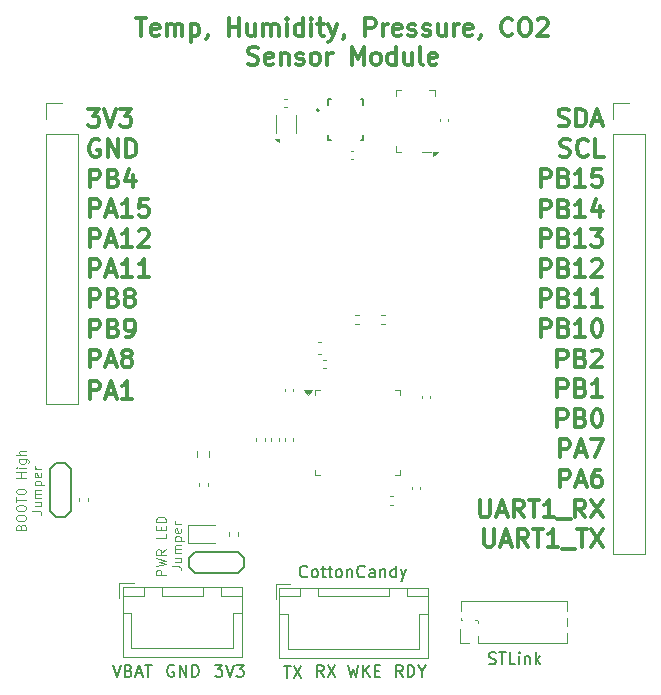
<source format=gbr>
%TF.GenerationSoftware,KiCad,Pcbnew,9.0.0*%
%TF.CreationDate,2025-02-22T18:12:42-05:00*%
%TF.ProjectId,SensorModuleBreakout,53656e73-6f72-44d6-9f64-756c65427265,rev?*%
%TF.SameCoordinates,Original*%
%TF.FileFunction,Legend,Top*%
%TF.FilePolarity,Positive*%
%FSLAX46Y46*%
G04 Gerber Fmt 4.6, Leading zero omitted, Abs format (unit mm)*
G04 Created by KiCad (PCBNEW 9.0.0) date 2025-02-22 18:12:42*
%MOMM*%
%LPD*%
G01*
G04 APERTURE LIST*
%ADD10C,0.100000*%
%ADD11C,0.300000*%
%ADD12C,0.150000*%
%ADD13C,0.120000*%
%ADD14C,0.127000*%
%ADD15C,0.200000*%
G04 APERTURE END LIST*
D10*
X102501870Y-96504762D02*
X102539965Y-96390476D01*
X102539965Y-96390476D02*
X102578061Y-96352381D01*
X102578061Y-96352381D02*
X102654251Y-96314285D01*
X102654251Y-96314285D02*
X102768537Y-96314285D01*
X102768537Y-96314285D02*
X102844727Y-96352381D01*
X102844727Y-96352381D02*
X102882823Y-96390476D01*
X102882823Y-96390476D02*
X102920918Y-96466666D01*
X102920918Y-96466666D02*
X102920918Y-96771428D01*
X102920918Y-96771428D02*
X102120918Y-96771428D01*
X102120918Y-96771428D02*
X102120918Y-96504762D01*
X102120918Y-96504762D02*
X102159013Y-96428571D01*
X102159013Y-96428571D02*
X102197108Y-96390476D01*
X102197108Y-96390476D02*
X102273299Y-96352381D01*
X102273299Y-96352381D02*
X102349489Y-96352381D01*
X102349489Y-96352381D02*
X102425680Y-96390476D01*
X102425680Y-96390476D02*
X102463775Y-96428571D01*
X102463775Y-96428571D02*
X102501870Y-96504762D01*
X102501870Y-96504762D02*
X102501870Y-96771428D01*
X102120918Y-95819047D02*
X102120918Y-95666666D01*
X102120918Y-95666666D02*
X102159013Y-95590476D01*
X102159013Y-95590476D02*
X102235203Y-95514285D01*
X102235203Y-95514285D02*
X102387584Y-95476190D01*
X102387584Y-95476190D02*
X102654251Y-95476190D01*
X102654251Y-95476190D02*
X102806632Y-95514285D01*
X102806632Y-95514285D02*
X102882823Y-95590476D01*
X102882823Y-95590476D02*
X102920918Y-95666666D01*
X102920918Y-95666666D02*
X102920918Y-95819047D01*
X102920918Y-95819047D02*
X102882823Y-95895238D01*
X102882823Y-95895238D02*
X102806632Y-95971428D01*
X102806632Y-95971428D02*
X102654251Y-96009524D01*
X102654251Y-96009524D02*
X102387584Y-96009524D01*
X102387584Y-96009524D02*
X102235203Y-95971428D01*
X102235203Y-95971428D02*
X102159013Y-95895238D01*
X102159013Y-95895238D02*
X102120918Y-95819047D01*
X102120918Y-94980952D02*
X102120918Y-94828571D01*
X102120918Y-94828571D02*
X102159013Y-94752381D01*
X102159013Y-94752381D02*
X102235203Y-94676190D01*
X102235203Y-94676190D02*
X102387584Y-94638095D01*
X102387584Y-94638095D02*
X102654251Y-94638095D01*
X102654251Y-94638095D02*
X102806632Y-94676190D01*
X102806632Y-94676190D02*
X102882823Y-94752381D01*
X102882823Y-94752381D02*
X102920918Y-94828571D01*
X102920918Y-94828571D02*
X102920918Y-94980952D01*
X102920918Y-94980952D02*
X102882823Y-95057143D01*
X102882823Y-95057143D02*
X102806632Y-95133333D01*
X102806632Y-95133333D02*
X102654251Y-95171429D01*
X102654251Y-95171429D02*
X102387584Y-95171429D01*
X102387584Y-95171429D02*
X102235203Y-95133333D01*
X102235203Y-95133333D02*
X102159013Y-95057143D01*
X102159013Y-95057143D02*
X102120918Y-94980952D01*
X102120918Y-94409524D02*
X102120918Y-93952381D01*
X102920918Y-94180953D02*
X102120918Y-94180953D01*
X102120918Y-93533333D02*
X102120918Y-93457143D01*
X102120918Y-93457143D02*
X102159013Y-93380952D01*
X102159013Y-93380952D02*
X102197108Y-93342857D01*
X102197108Y-93342857D02*
X102273299Y-93304762D01*
X102273299Y-93304762D02*
X102425680Y-93266667D01*
X102425680Y-93266667D02*
X102616156Y-93266667D01*
X102616156Y-93266667D02*
X102768537Y-93304762D01*
X102768537Y-93304762D02*
X102844727Y-93342857D01*
X102844727Y-93342857D02*
X102882823Y-93380952D01*
X102882823Y-93380952D02*
X102920918Y-93457143D01*
X102920918Y-93457143D02*
X102920918Y-93533333D01*
X102920918Y-93533333D02*
X102882823Y-93609524D01*
X102882823Y-93609524D02*
X102844727Y-93647619D01*
X102844727Y-93647619D02*
X102768537Y-93685714D01*
X102768537Y-93685714D02*
X102616156Y-93723810D01*
X102616156Y-93723810D02*
X102425680Y-93723810D01*
X102425680Y-93723810D02*
X102273299Y-93685714D01*
X102273299Y-93685714D02*
X102197108Y-93647619D01*
X102197108Y-93647619D02*
X102159013Y-93609524D01*
X102159013Y-93609524D02*
X102120918Y-93533333D01*
X102920918Y-92314285D02*
X102120918Y-92314285D01*
X102501870Y-92314285D02*
X102501870Y-91857142D01*
X102920918Y-91857142D02*
X102120918Y-91857142D01*
X102920918Y-91476190D02*
X102387584Y-91476190D01*
X102120918Y-91476190D02*
X102159013Y-91514286D01*
X102159013Y-91514286D02*
X102197108Y-91476190D01*
X102197108Y-91476190D02*
X102159013Y-91438095D01*
X102159013Y-91438095D02*
X102120918Y-91476190D01*
X102120918Y-91476190D02*
X102197108Y-91476190D01*
X102387584Y-90752381D02*
X103035203Y-90752381D01*
X103035203Y-90752381D02*
X103111394Y-90790476D01*
X103111394Y-90790476D02*
X103149489Y-90828572D01*
X103149489Y-90828572D02*
X103187584Y-90904762D01*
X103187584Y-90904762D02*
X103187584Y-91019048D01*
X103187584Y-91019048D02*
X103149489Y-91095238D01*
X102882823Y-90752381D02*
X102920918Y-90828572D01*
X102920918Y-90828572D02*
X102920918Y-90980953D01*
X102920918Y-90980953D02*
X102882823Y-91057143D01*
X102882823Y-91057143D02*
X102844727Y-91095238D01*
X102844727Y-91095238D02*
X102768537Y-91133334D01*
X102768537Y-91133334D02*
X102539965Y-91133334D01*
X102539965Y-91133334D02*
X102463775Y-91095238D01*
X102463775Y-91095238D02*
X102425680Y-91057143D01*
X102425680Y-91057143D02*
X102387584Y-90980953D01*
X102387584Y-90980953D02*
X102387584Y-90828572D01*
X102387584Y-90828572D02*
X102425680Y-90752381D01*
X102920918Y-90371428D02*
X102120918Y-90371428D01*
X102920918Y-90028571D02*
X102501870Y-90028571D01*
X102501870Y-90028571D02*
X102425680Y-90066666D01*
X102425680Y-90066666D02*
X102387584Y-90142857D01*
X102387584Y-90142857D02*
X102387584Y-90257143D01*
X102387584Y-90257143D02*
X102425680Y-90333333D01*
X102425680Y-90333333D02*
X102463775Y-90371428D01*
X103408873Y-95133333D02*
X103980301Y-95133333D01*
X103980301Y-95133333D02*
X104094587Y-95171428D01*
X104094587Y-95171428D02*
X104170778Y-95247619D01*
X104170778Y-95247619D02*
X104208873Y-95361904D01*
X104208873Y-95361904D02*
X104208873Y-95438095D01*
X103675539Y-94409523D02*
X104208873Y-94409523D01*
X103675539Y-94752380D02*
X104094587Y-94752380D01*
X104094587Y-94752380D02*
X104170778Y-94714285D01*
X104170778Y-94714285D02*
X104208873Y-94638095D01*
X104208873Y-94638095D02*
X104208873Y-94523809D01*
X104208873Y-94523809D02*
X104170778Y-94447618D01*
X104170778Y-94447618D02*
X104132682Y-94409523D01*
X104208873Y-94028570D02*
X103675539Y-94028570D01*
X103751730Y-94028570D02*
X103713635Y-93990475D01*
X103713635Y-93990475D02*
X103675539Y-93914285D01*
X103675539Y-93914285D02*
X103675539Y-93799999D01*
X103675539Y-93799999D02*
X103713635Y-93723808D01*
X103713635Y-93723808D02*
X103789825Y-93685713D01*
X103789825Y-93685713D02*
X104208873Y-93685713D01*
X103789825Y-93685713D02*
X103713635Y-93647618D01*
X103713635Y-93647618D02*
X103675539Y-93571427D01*
X103675539Y-93571427D02*
X103675539Y-93457142D01*
X103675539Y-93457142D02*
X103713635Y-93380951D01*
X103713635Y-93380951D02*
X103789825Y-93342856D01*
X103789825Y-93342856D02*
X104208873Y-93342856D01*
X103675539Y-92961903D02*
X104475539Y-92961903D01*
X103713635Y-92961903D02*
X103675539Y-92885713D01*
X103675539Y-92885713D02*
X103675539Y-92733332D01*
X103675539Y-92733332D02*
X103713635Y-92657141D01*
X103713635Y-92657141D02*
X103751730Y-92619046D01*
X103751730Y-92619046D02*
X103827920Y-92580951D01*
X103827920Y-92580951D02*
X104056492Y-92580951D01*
X104056492Y-92580951D02*
X104132682Y-92619046D01*
X104132682Y-92619046D02*
X104170778Y-92657141D01*
X104170778Y-92657141D02*
X104208873Y-92733332D01*
X104208873Y-92733332D02*
X104208873Y-92885713D01*
X104208873Y-92885713D02*
X104170778Y-92961903D01*
X104170778Y-91933331D02*
X104208873Y-92009522D01*
X104208873Y-92009522D02*
X104208873Y-92161903D01*
X104208873Y-92161903D02*
X104170778Y-92238093D01*
X104170778Y-92238093D02*
X104094587Y-92276189D01*
X104094587Y-92276189D02*
X103789825Y-92276189D01*
X103789825Y-92276189D02*
X103713635Y-92238093D01*
X103713635Y-92238093D02*
X103675539Y-92161903D01*
X103675539Y-92161903D02*
X103675539Y-92009522D01*
X103675539Y-92009522D02*
X103713635Y-91933331D01*
X103713635Y-91933331D02*
X103789825Y-91895236D01*
X103789825Y-91895236D02*
X103866016Y-91895236D01*
X103866016Y-91895236D02*
X103942206Y-92276189D01*
X104208873Y-91552379D02*
X103675539Y-91552379D01*
X103827920Y-91552379D02*
X103751730Y-91514284D01*
X103751730Y-91514284D02*
X103713635Y-91476189D01*
X103713635Y-91476189D02*
X103675539Y-91399998D01*
X103675539Y-91399998D02*
X103675539Y-91323808D01*
X114770918Y-100557142D02*
X113970918Y-100557142D01*
X113970918Y-100557142D02*
X113970918Y-100252380D01*
X113970918Y-100252380D02*
X114009013Y-100176190D01*
X114009013Y-100176190D02*
X114047108Y-100138095D01*
X114047108Y-100138095D02*
X114123299Y-100099999D01*
X114123299Y-100099999D02*
X114237584Y-100099999D01*
X114237584Y-100099999D02*
X114313775Y-100138095D01*
X114313775Y-100138095D02*
X114351870Y-100176190D01*
X114351870Y-100176190D02*
X114389965Y-100252380D01*
X114389965Y-100252380D02*
X114389965Y-100557142D01*
X113970918Y-99833333D02*
X114770918Y-99642857D01*
X114770918Y-99642857D02*
X114199489Y-99490476D01*
X114199489Y-99490476D02*
X114770918Y-99338095D01*
X114770918Y-99338095D02*
X113970918Y-99147619D01*
X114770918Y-98385713D02*
X114389965Y-98652380D01*
X114770918Y-98842856D02*
X113970918Y-98842856D01*
X113970918Y-98842856D02*
X113970918Y-98538094D01*
X113970918Y-98538094D02*
X114009013Y-98461904D01*
X114009013Y-98461904D02*
X114047108Y-98423809D01*
X114047108Y-98423809D02*
X114123299Y-98385713D01*
X114123299Y-98385713D02*
X114237584Y-98385713D01*
X114237584Y-98385713D02*
X114313775Y-98423809D01*
X114313775Y-98423809D02*
X114351870Y-98461904D01*
X114351870Y-98461904D02*
X114389965Y-98538094D01*
X114389965Y-98538094D02*
X114389965Y-98842856D01*
X114770918Y-97052380D02*
X114770918Y-97433332D01*
X114770918Y-97433332D02*
X113970918Y-97433332D01*
X114351870Y-96785713D02*
X114351870Y-96519047D01*
X114770918Y-96404761D02*
X114770918Y-96785713D01*
X114770918Y-96785713D02*
X113970918Y-96785713D01*
X113970918Y-96785713D02*
X113970918Y-96404761D01*
X114770918Y-96061903D02*
X113970918Y-96061903D01*
X113970918Y-96061903D02*
X113970918Y-95871427D01*
X113970918Y-95871427D02*
X114009013Y-95757141D01*
X114009013Y-95757141D02*
X114085203Y-95680951D01*
X114085203Y-95680951D02*
X114161394Y-95642856D01*
X114161394Y-95642856D02*
X114313775Y-95604760D01*
X114313775Y-95604760D02*
X114428061Y-95604760D01*
X114428061Y-95604760D02*
X114580442Y-95642856D01*
X114580442Y-95642856D02*
X114656632Y-95680951D01*
X114656632Y-95680951D02*
X114732823Y-95757141D01*
X114732823Y-95757141D02*
X114770918Y-95871427D01*
X114770918Y-95871427D02*
X114770918Y-96061903D01*
X115258873Y-99833333D02*
X115830301Y-99833333D01*
X115830301Y-99833333D02*
X115944587Y-99871428D01*
X115944587Y-99871428D02*
X116020778Y-99947619D01*
X116020778Y-99947619D02*
X116058873Y-100061904D01*
X116058873Y-100061904D02*
X116058873Y-100138095D01*
X115525539Y-99109523D02*
X116058873Y-99109523D01*
X115525539Y-99452380D02*
X115944587Y-99452380D01*
X115944587Y-99452380D02*
X116020778Y-99414285D01*
X116020778Y-99414285D02*
X116058873Y-99338095D01*
X116058873Y-99338095D02*
X116058873Y-99223809D01*
X116058873Y-99223809D02*
X116020778Y-99147618D01*
X116020778Y-99147618D02*
X115982682Y-99109523D01*
X116058873Y-98728570D02*
X115525539Y-98728570D01*
X115601730Y-98728570D02*
X115563635Y-98690475D01*
X115563635Y-98690475D02*
X115525539Y-98614285D01*
X115525539Y-98614285D02*
X115525539Y-98499999D01*
X115525539Y-98499999D02*
X115563635Y-98423808D01*
X115563635Y-98423808D02*
X115639825Y-98385713D01*
X115639825Y-98385713D02*
X116058873Y-98385713D01*
X115639825Y-98385713D02*
X115563635Y-98347618D01*
X115563635Y-98347618D02*
X115525539Y-98271427D01*
X115525539Y-98271427D02*
X115525539Y-98157142D01*
X115525539Y-98157142D02*
X115563635Y-98080951D01*
X115563635Y-98080951D02*
X115639825Y-98042856D01*
X115639825Y-98042856D02*
X116058873Y-98042856D01*
X115525539Y-97661903D02*
X116325539Y-97661903D01*
X115563635Y-97661903D02*
X115525539Y-97585713D01*
X115525539Y-97585713D02*
X115525539Y-97433332D01*
X115525539Y-97433332D02*
X115563635Y-97357141D01*
X115563635Y-97357141D02*
X115601730Y-97319046D01*
X115601730Y-97319046D02*
X115677920Y-97280951D01*
X115677920Y-97280951D02*
X115906492Y-97280951D01*
X115906492Y-97280951D02*
X115982682Y-97319046D01*
X115982682Y-97319046D02*
X116020778Y-97357141D01*
X116020778Y-97357141D02*
X116058873Y-97433332D01*
X116058873Y-97433332D02*
X116058873Y-97585713D01*
X116058873Y-97585713D02*
X116020778Y-97661903D01*
X116020778Y-96633331D02*
X116058873Y-96709522D01*
X116058873Y-96709522D02*
X116058873Y-96861903D01*
X116058873Y-96861903D02*
X116020778Y-96938093D01*
X116020778Y-96938093D02*
X115944587Y-96976189D01*
X115944587Y-96976189D02*
X115639825Y-96976189D01*
X115639825Y-96976189D02*
X115563635Y-96938093D01*
X115563635Y-96938093D02*
X115525539Y-96861903D01*
X115525539Y-96861903D02*
X115525539Y-96709522D01*
X115525539Y-96709522D02*
X115563635Y-96633331D01*
X115563635Y-96633331D02*
X115639825Y-96595236D01*
X115639825Y-96595236D02*
X115716016Y-96595236D01*
X115716016Y-96595236D02*
X115792206Y-96976189D01*
X116058873Y-96252379D02*
X115525539Y-96252379D01*
X115677920Y-96252379D02*
X115601730Y-96214284D01*
X115601730Y-96214284D02*
X115563635Y-96176189D01*
X115563635Y-96176189D02*
X115525539Y-96099998D01*
X115525539Y-96099998D02*
X115525539Y-96023808D01*
D11*
X146502632Y-72778328D02*
X146502632Y-71278328D01*
X146502632Y-71278328D02*
X147074061Y-71278328D01*
X147074061Y-71278328D02*
X147216918Y-71349757D01*
X147216918Y-71349757D02*
X147288347Y-71421185D01*
X147288347Y-71421185D02*
X147359775Y-71564042D01*
X147359775Y-71564042D02*
X147359775Y-71778328D01*
X147359775Y-71778328D02*
X147288347Y-71921185D01*
X147288347Y-71921185D02*
X147216918Y-71992614D01*
X147216918Y-71992614D02*
X147074061Y-72064042D01*
X147074061Y-72064042D02*
X146502632Y-72064042D01*
X148502632Y-71992614D02*
X148716918Y-72064042D01*
X148716918Y-72064042D02*
X148788347Y-72135471D01*
X148788347Y-72135471D02*
X148859775Y-72278328D01*
X148859775Y-72278328D02*
X148859775Y-72492614D01*
X148859775Y-72492614D02*
X148788347Y-72635471D01*
X148788347Y-72635471D02*
X148716918Y-72706900D01*
X148716918Y-72706900D02*
X148574061Y-72778328D01*
X148574061Y-72778328D02*
X148002632Y-72778328D01*
X148002632Y-72778328D02*
X148002632Y-71278328D01*
X148002632Y-71278328D02*
X148502632Y-71278328D01*
X148502632Y-71278328D02*
X148645490Y-71349757D01*
X148645490Y-71349757D02*
X148716918Y-71421185D01*
X148716918Y-71421185D02*
X148788347Y-71564042D01*
X148788347Y-71564042D02*
X148788347Y-71706900D01*
X148788347Y-71706900D02*
X148716918Y-71849757D01*
X148716918Y-71849757D02*
X148645490Y-71921185D01*
X148645490Y-71921185D02*
X148502632Y-71992614D01*
X148502632Y-71992614D02*
X148002632Y-71992614D01*
X150288347Y-72778328D02*
X149431204Y-72778328D01*
X149859775Y-72778328D02*
X149859775Y-71278328D01*
X149859775Y-71278328D02*
X149716918Y-71492614D01*
X149716918Y-71492614D02*
X149574061Y-71635471D01*
X149574061Y-71635471D02*
X149431204Y-71706900D01*
X150788346Y-71278328D02*
X151716918Y-71278328D01*
X151716918Y-71278328D02*
X151216918Y-71849757D01*
X151216918Y-71849757D02*
X151431203Y-71849757D01*
X151431203Y-71849757D02*
X151574061Y-71921185D01*
X151574061Y-71921185D02*
X151645489Y-71992614D01*
X151645489Y-71992614D02*
X151716918Y-72135471D01*
X151716918Y-72135471D02*
X151716918Y-72492614D01*
X151716918Y-72492614D02*
X151645489Y-72635471D01*
X151645489Y-72635471D02*
X151574061Y-72706900D01*
X151574061Y-72706900D02*
X151431203Y-72778328D01*
X151431203Y-72778328D02*
X151002632Y-72778328D01*
X151002632Y-72778328D02*
X150859775Y-72706900D01*
X150859775Y-72706900D02*
X150788346Y-72635471D01*
X146502632Y-70278328D02*
X146502632Y-68778328D01*
X146502632Y-68778328D02*
X147074061Y-68778328D01*
X147074061Y-68778328D02*
X147216918Y-68849757D01*
X147216918Y-68849757D02*
X147288347Y-68921185D01*
X147288347Y-68921185D02*
X147359775Y-69064042D01*
X147359775Y-69064042D02*
X147359775Y-69278328D01*
X147359775Y-69278328D02*
X147288347Y-69421185D01*
X147288347Y-69421185D02*
X147216918Y-69492614D01*
X147216918Y-69492614D02*
X147074061Y-69564042D01*
X147074061Y-69564042D02*
X146502632Y-69564042D01*
X148502632Y-69492614D02*
X148716918Y-69564042D01*
X148716918Y-69564042D02*
X148788347Y-69635471D01*
X148788347Y-69635471D02*
X148859775Y-69778328D01*
X148859775Y-69778328D02*
X148859775Y-69992614D01*
X148859775Y-69992614D02*
X148788347Y-70135471D01*
X148788347Y-70135471D02*
X148716918Y-70206900D01*
X148716918Y-70206900D02*
X148574061Y-70278328D01*
X148574061Y-70278328D02*
X148002632Y-70278328D01*
X148002632Y-70278328D02*
X148002632Y-68778328D01*
X148002632Y-68778328D02*
X148502632Y-68778328D01*
X148502632Y-68778328D02*
X148645490Y-68849757D01*
X148645490Y-68849757D02*
X148716918Y-68921185D01*
X148716918Y-68921185D02*
X148788347Y-69064042D01*
X148788347Y-69064042D02*
X148788347Y-69206900D01*
X148788347Y-69206900D02*
X148716918Y-69349757D01*
X148716918Y-69349757D02*
X148645490Y-69421185D01*
X148645490Y-69421185D02*
X148502632Y-69492614D01*
X148502632Y-69492614D02*
X148002632Y-69492614D01*
X150288347Y-70278328D02*
X149431204Y-70278328D01*
X149859775Y-70278328D02*
X149859775Y-68778328D01*
X149859775Y-68778328D02*
X149716918Y-68992614D01*
X149716918Y-68992614D02*
X149574061Y-69135471D01*
X149574061Y-69135471D02*
X149431204Y-69206900D01*
X151574061Y-69278328D02*
X151574061Y-70278328D01*
X151216918Y-68706900D02*
X150859775Y-69778328D01*
X150859775Y-69778328D02*
X151788346Y-69778328D01*
D12*
X124788095Y-108239819D02*
X125359523Y-108239819D01*
X125073809Y-109239819D02*
X125073809Y-108239819D01*
X125597619Y-108239819D02*
X126264285Y-109239819D01*
X126264285Y-108239819D02*
X125597619Y-109239819D01*
X126742856Y-100659580D02*
X126695237Y-100707200D01*
X126695237Y-100707200D02*
X126552380Y-100754819D01*
X126552380Y-100754819D02*
X126457142Y-100754819D01*
X126457142Y-100754819D02*
X126314285Y-100707200D01*
X126314285Y-100707200D02*
X126219047Y-100611961D01*
X126219047Y-100611961D02*
X126171428Y-100516723D01*
X126171428Y-100516723D02*
X126123809Y-100326247D01*
X126123809Y-100326247D02*
X126123809Y-100183390D01*
X126123809Y-100183390D02*
X126171428Y-99992914D01*
X126171428Y-99992914D02*
X126219047Y-99897676D01*
X126219047Y-99897676D02*
X126314285Y-99802438D01*
X126314285Y-99802438D02*
X126457142Y-99754819D01*
X126457142Y-99754819D02*
X126552380Y-99754819D01*
X126552380Y-99754819D02*
X126695237Y-99802438D01*
X126695237Y-99802438D02*
X126742856Y-99850057D01*
X127314285Y-100754819D02*
X127219047Y-100707200D01*
X127219047Y-100707200D02*
X127171428Y-100659580D01*
X127171428Y-100659580D02*
X127123809Y-100564342D01*
X127123809Y-100564342D02*
X127123809Y-100278628D01*
X127123809Y-100278628D02*
X127171428Y-100183390D01*
X127171428Y-100183390D02*
X127219047Y-100135771D01*
X127219047Y-100135771D02*
X127314285Y-100088152D01*
X127314285Y-100088152D02*
X127457142Y-100088152D01*
X127457142Y-100088152D02*
X127552380Y-100135771D01*
X127552380Y-100135771D02*
X127599999Y-100183390D01*
X127599999Y-100183390D02*
X127647618Y-100278628D01*
X127647618Y-100278628D02*
X127647618Y-100564342D01*
X127647618Y-100564342D02*
X127599999Y-100659580D01*
X127599999Y-100659580D02*
X127552380Y-100707200D01*
X127552380Y-100707200D02*
X127457142Y-100754819D01*
X127457142Y-100754819D02*
X127314285Y-100754819D01*
X127933333Y-100088152D02*
X128314285Y-100088152D01*
X128076190Y-99754819D02*
X128076190Y-100611961D01*
X128076190Y-100611961D02*
X128123809Y-100707200D01*
X128123809Y-100707200D02*
X128219047Y-100754819D01*
X128219047Y-100754819D02*
X128314285Y-100754819D01*
X128504762Y-100088152D02*
X128885714Y-100088152D01*
X128647619Y-99754819D02*
X128647619Y-100611961D01*
X128647619Y-100611961D02*
X128695238Y-100707200D01*
X128695238Y-100707200D02*
X128790476Y-100754819D01*
X128790476Y-100754819D02*
X128885714Y-100754819D01*
X129361905Y-100754819D02*
X129266667Y-100707200D01*
X129266667Y-100707200D02*
X129219048Y-100659580D01*
X129219048Y-100659580D02*
X129171429Y-100564342D01*
X129171429Y-100564342D02*
X129171429Y-100278628D01*
X129171429Y-100278628D02*
X129219048Y-100183390D01*
X129219048Y-100183390D02*
X129266667Y-100135771D01*
X129266667Y-100135771D02*
X129361905Y-100088152D01*
X129361905Y-100088152D02*
X129504762Y-100088152D01*
X129504762Y-100088152D02*
X129600000Y-100135771D01*
X129600000Y-100135771D02*
X129647619Y-100183390D01*
X129647619Y-100183390D02*
X129695238Y-100278628D01*
X129695238Y-100278628D02*
X129695238Y-100564342D01*
X129695238Y-100564342D02*
X129647619Y-100659580D01*
X129647619Y-100659580D02*
X129600000Y-100707200D01*
X129600000Y-100707200D02*
X129504762Y-100754819D01*
X129504762Y-100754819D02*
X129361905Y-100754819D01*
X130123810Y-100088152D02*
X130123810Y-100754819D01*
X130123810Y-100183390D02*
X130171429Y-100135771D01*
X130171429Y-100135771D02*
X130266667Y-100088152D01*
X130266667Y-100088152D02*
X130409524Y-100088152D01*
X130409524Y-100088152D02*
X130504762Y-100135771D01*
X130504762Y-100135771D02*
X130552381Y-100231009D01*
X130552381Y-100231009D02*
X130552381Y-100754819D01*
X131600000Y-100659580D02*
X131552381Y-100707200D01*
X131552381Y-100707200D02*
X131409524Y-100754819D01*
X131409524Y-100754819D02*
X131314286Y-100754819D01*
X131314286Y-100754819D02*
X131171429Y-100707200D01*
X131171429Y-100707200D02*
X131076191Y-100611961D01*
X131076191Y-100611961D02*
X131028572Y-100516723D01*
X131028572Y-100516723D02*
X130980953Y-100326247D01*
X130980953Y-100326247D02*
X130980953Y-100183390D01*
X130980953Y-100183390D02*
X131028572Y-99992914D01*
X131028572Y-99992914D02*
X131076191Y-99897676D01*
X131076191Y-99897676D02*
X131171429Y-99802438D01*
X131171429Y-99802438D02*
X131314286Y-99754819D01*
X131314286Y-99754819D02*
X131409524Y-99754819D01*
X131409524Y-99754819D02*
X131552381Y-99802438D01*
X131552381Y-99802438D02*
X131600000Y-99850057D01*
X132457143Y-100754819D02*
X132457143Y-100231009D01*
X132457143Y-100231009D02*
X132409524Y-100135771D01*
X132409524Y-100135771D02*
X132314286Y-100088152D01*
X132314286Y-100088152D02*
X132123810Y-100088152D01*
X132123810Y-100088152D02*
X132028572Y-100135771D01*
X132457143Y-100707200D02*
X132361905Y-100754819D01*
X132361905Y-100754819D02*
X132123810Y-100754819D01*
X132123810Y-100754819D02*
X132028572Y-100707200D01*
X132028572Y-100707200D02*
X131980953Y-100611961D01*
X131980953Y-100611961D02*
X131980953Y-100516723D01*
X131980953Y-100516723D02*
X132028572Y-100421485D01*
X132028572Y-100421485D02*
X132123810Y-100373866D01*
X132123810Y-100373866D02*
X132361905Y-100373866D01*
X132361905Y-100373866D02*
X132457143Y-100326247D01*
X132933334Y-100088152D02*
X132933334Y-100754819D01*
X132933334Y-100183390D02*
X132980953Y-100135771D01*
X132980953Y-100135771D02*
X133076191Y-100088152D01*
X133076191Y-100088152D02*
X133219048Y-100088152D01*
X133219048Y-100088152D02*
X133314286Y-100135771D01*
X133314286Y-100135771D02*
X133361905Y-100231009D01*
X133361905Y-100231009D02*
X133361905Y-100754819D01*
X134266667Y-100754819D02*
X134266667Y-99754819D01*
X134266667Y-100707200D02*
X134171429Y-100754819D01*
X134171429Y-100754819D02*
X133980953Y-100754819D01*
X133980953Y-100754819D02*
X133885715Y-100707200D01*
X133885715Y-100707200D02*
X133838096Y-100659580D01*
X133838096Y-100659580D02*
X133790477Y-100564342D01*
X133790477Y-100564342D02*
X133790477Y-100278628D01*
X133790477Y-100278628D02*
X133838096Y-100183390D01*
X133838096Y-100183390D02*
X133885715Y-100135771D01*
X133885715Y-100135771D02*
X133980953Y-100088152D01*
X133980953Y-100088152D02*
X134171429Y-100088152D01*
X134171429Y-100088152D02*
X134266667Y-100135771D01*
X134647620Y-100088152D02*
X134885715Y-100754819D01*
X135123810Y-100088152D02*
X134885715Y-100754819D01*
X134885715Y-100754819D02*
X134790477Y-100992914D01*
X134790477Y-100992914D02*
X134742858Y-101040533D01*
X134742858Y-101040533D02*
X134647620Y-101088152D01*
D11*
X108354510Y-80428328D02*
X108354510Y-78928328D01*
X108354510Y-78928328D02*
X108925939Y-78928328D01*
X108925939Y-78928328D02*
X109068796Y-78999757D01*
X109068796Y-78999757D02*
X109140225Y-79071185D01*
X109140225Y-79071185D02*
X109211653Y-79214042D01*
X109211653Y-79214042D02*
X109211653Y-79428328D01*
X109211653Y-79428328D02*
X109140225Y-79571185D01*
X109140225Y-79571185D02*
X109068796Y-79642614D01*
X109068796Y-79642614D02*
X108925939Y-79714042D01*
X108925939Y-79714042D02*
X108354510Y-79714042D01*
X110354510Y-79642614D02*
X110568796Y-79714042D01*
X110568796Y-79714042D02*
X110640225Y-79785471D01*
X110640225Y-79785471D02*
X110711653Y-79928328D01*
X110711653Y-79928328D02*
X110711653Y-80142614D01*
X110711653Y-80142614D02*
X110640225Y-80285471D01*
X110640225Y-80285471D02*
X110568796Y-80356900D01*
X110568796Y-80356900D02*
X110425939Y-80428328D01*
X110425939Y-80428328D02*
X109854510Y-80428328D01*
X109854510Y-80428328D02*
X109854510Y-78928328D01*
X109854510Y-78928328D02*
X110354510Y-78928328D01*
X110354510Y-78928328D02*
X110497368Y-78999757D01*
X110497368Y-78999757D02*
X110568796Y-79071185D01*
X110568796Y-79071185D02*
X110640225Y-79214042D01*
X110640225Y-79214042D02*
X110640225Y-79356900D01*
X110640225Y-79356900D02*
X110568796Y-79499757D01*
X110568796Y-79499757D02*
X110497368Y-79571185D01*
X110497368Y-79571185D02*
X110354510Y-79642614D01*
X110354510Y-79642614D02*
X109854510Y-79642614D01*
X111425939Y-80428328D02*
X111711653Y-80428328D01*
X111711653Y-80428328D02*
X111854510Y-80356900D01*
X111854510Y-80356900D02*
X111925939Y-80285471D01*
X111925939Y-80285471D02*
X112068796Y-80071185D01*
X112068796Y-80071185D02*
X112140225Y-79785471D01*
X112140225Y-79785471D02*
X112140225Y-79214042D01*
X112140225Y-79214042D02*
X112068796Y-79071185D01*
X112068796Y-79071185D02*
X111997368Y-78999757D01*
X111997368Y-78999757D02*
X111854510Y-78928328D01*
X111854510Y-78928328D02*
X111568796Y-78928328D01*
X111568796Y-78928328D02*
X111425939Y-78999757D01*
X111425939Y-78999757D02*
X111354510Y-79071185D01*
X111354510Y-79071185D02*
X111283082Y-79214042D01*
X111283082Y-79214042D02*
X111283082Y-79571185D01*
X111283082Y-79571185D02*
X111354510Y-79714042D01*
X111354510Y-79714042D02*
X111425939Y-79785471D01*
X111425939Y-79785471D02*
X111568796Y-79856900D01*
X111568796Y-79856900D02*
X111854510Y-79856900D01*
X111854510Y-79856900D02*
X111997368Y-79785471D01*
X111997368Y-79785471D02*
X112068796Y-79714042D01*
X112068796Y-79714042D02*
X112140225Y-79571185D01*
D12*
X115460588Y-108217438D02*
X115365350Y-108169819D01*
X115365350Y-108169819D02*
X115222493Y-108169819D01*
X115222493Y-108169819D02*
X115079636Y-108217438D01*
X115079636Y-108217438D02*
X114984398Y-108312676D01*
X114984398Y-108312676D02*
X114936779Y-108407914D01*
X114936779Y-108407914D02*
X114889160Y-108598390D01*
X114889160Y-108598390D02*
X114889160Y-108741247D01*
X114889160Y-108741247D02*
X114936779Y-108931723D01*
X114936779Y-108931723D02*
X114984398Y-109026961D01*
X114984398Y-109026961D02*
X115079636Y-109122200D01*
X115079636Y-109122200D02*
X115222493Y-109169819D01*
X115222493Y-109169819D02*
X115317731Y-109169819D01*
X115317731Y-109169819D02*
X115460588Y-109122200D01*
X115460588Y-109122200D02*
X115508207Y-109074580D01*
X115508207Y-109074580D02*
X115508207Y-108741247D01*
X115508207Y-108741247D02*
X115317731Y-108741247D01*
X115936779Y-109169819D02*
X115936779Y-108169819D01*
X115936779Y-108169819D02*
X116508207Y-109169819D01*
X116508207Y-109169819D02*
X116508207Y-108169819D01*
X116984398Y-109169819D02*
X116984398Y-108169819D01*
X116984398Y-108169819D02*
X117222493Y-108169819D01*
X117222493Y-108169819D02*
X117365350Y-108217438D01*
X117365350Y-108217438D02*
X117460588Y-108312676D01*
X117460588Y-108312676D02*
X117508207Y-108407914D01*
X117508207Y-108407914D02*
X117555826Y-108598390D01*
X117555826Y-108598390D02*
X117555826Y-108741247D01*
X117555826Y-108741247D02*
X117508207Y-108931723D01*
X117508207Y-108931723D02*
X117460588Y-109026961D01*
X117460588Y-109026961D02*
X117365350Y-109122200D01*
X117365350Y-109122200D02*
X117222493Y-109169819D01*
X117222493Y-109169819D02*
X116984398Y-109169819D01*
D11*
X146502632Y-75328328D02*
X146502632Y-73828328D01*
X146502632Y-73828328D02*
X147074061Y-73828328D01*
X147074061Y-73828328D02*
X147216918Y-73899757D01*
X147216918Y-73899757D02*
X147288347Y-73971185D01*
X147288347Y-73971185D02*
X147359775Y-74114042D01*
X147359775Y-74114042D02*
X147359775Y-74328328D01*
X147359775Y-74328328D02*
X147288347Y-74471185D01*
X147288347Y-74471185D02*
X147216918Y-74542614D01*
X147216918Y-74542614D02*
X147074061Y-74614042D01*
X147074061Y-74614042D02*
X146502632Y-74614042D01*
X148502632Y-74542614D02*
X148716918Y-74614042D01*
X148716918Y-74614042D02*
X148788347Y-74685471D01*
X148788347Y-74685471D02*
X148859775Y-74828328D01*
X148859775Y-74828328D02*
X148859775Y-75042614D01*
X148859775Y-75042614D02*
X148788347Y-75185471D01*
X148788347Y-75185471D02*
X148716918Y-75256900D01*
X148716918Y-75256900D02*
X148574061Y-75328328D01*
X148574061Y-75328328D02*
X148002632Y-75328328D01*
X148002632Y-75328328D02*
X148002632Y-73828328D01*
X148002632Y-73828328D02*
X148502632Y-73828328D01*
X148502632Y-73828328D02*
X148645490Y-73899757D01*
X148645490Y-73899757D02*
X148716918Y-73971185D01*
X148716918Y-73971185D02*
X148788347Y-74114042D01*
X148788347Y-74114042D02*
X148788347Y-74256900D01*
X148788347Y-74256900D02*
X148716918Y-74399757D01*
X148716918Y-74399757D02*
X148645490Y-74471185D01*
X148645490Y-74471185D02*
X148502632Y-74542614D01*
X148502632Y-74542614D02*
X148002632Y-74542614D01*
X150288347Y-75328328D02*
X149431204Y-75328328D01*
X149859775Y-75328328D02*
X149859775Y-73828328D01*
X149859775Y-73828328D02*
X149716918Y-74042614D01*
X149716918Y-74042614D02*
X149574061Y-74185471D01*
X149574061Y-74185471D02*
X149431204Y-74256900D01*
X150859775Y-73971185D02*
X150931203Y-73899757D01*
X150931203Y-73899757D02*
X151074061Y-73828328D01*
X151074061Y-73828328D02*
X151431203Y-73828328D01*
X151431203Y-73828328D02*
X151574061Y-73899757D01*
X151574061Y-73899757D02*
X151645489Y-73971185D01*
X151645489Y-73971185D02*
X151716918Y-74114042D01*
X151716918Y-74114042D02*
X151716918Y-74256900D01*
X151716918Y-74256900D02*
X151645489Y-74471185D01*
X151645489Y-74471185D02*
X150788346Y-75328328D01*
X150788346Y-75328328D02*
X151716918Y-75328328D01*
X148145489Y-93128328D02*
X148145489Y-91628328D01*
X148145489Y-91628328D02*
X148716918Y-91628328D01*
X148716918Y-91628328D02*
X148859775Y-91699757D01*
X148859775Y-91699757D02*
X148931204Y-91771185D01*
X148931204Y-91771185D02*
X149002632Y-91914042D01*
X149002632Y-91914042D02*
X149002632Y-92128328D01*
X149002632Y-92128328D02*
X148931204Y-92271185D01*
X148931204Y-92271185D02*
X148859775Y-92342614D01*
X148859775Y-92342614D02*
X148716918Y-92414042D01*
X148716918Y-92414042D02*
X148145489Y-92414042D01*
X149574061Y-92699757D02*
X150288347Y-92699757D01*
X149431204Y-93128328D02*
X149931204Y-91628328D01*
X149931204Y-91628328D02*
X150431204Y-93128328D01*
X151574061Y-91628328D02*
X151288346Y-91628328D01*
X151288346Y-91628328D02*
X151145489Y-91699757D01*
X151145489Y-91699757D02*
X151074061Y-91771185D01*
X151074061Y-91771185D02*
X150931203Y-91985471D01*
X150931203Y-91985471D02*
X150859775Y-92271185D01*
X150859775Y-92271185D02*
X150859775Y-92842614D01*
X150859775Y-92842614D02*
X150931203Y-92985471D01*
X150931203Y-92985471D02*
X151002632Y-93056900D01*
X151002632Y-93056900D02*
X151145489Y-93128328D01*
X151145489Y-93128328D02*
X151431203Y-93128328D01*
X151431203Y-93128328D02*
X151574061Y-93056900D01*
X151574061Y-93056900D02*
X151645489Y-92985471D01*
X151645489Y-92985471D02*
X151716918Y-92842614D01*
X151716918Y-92842614D02*
X151716918Y-92485471D01*
X151716918Y-92485471D02*
X151645489Y-92342614D01*
X151645489Y-92342614D02*
X151574061Y-92271185D01*
X151574061Y-92271185D02*
X151431203Y-92199757D01*
X151431203Y-92199757D02*
X151145489Y-92199757D01*
X151145489Y-92199757D02*
X151002632Y-92271185D01*
X151002632Y-92271185D02*
X150931203Y-92342614D01*
X150931203Y-92342614D02*
X150859775Y-92485471D01*
X141359775Y-94178328D02*
X141359775Y-95392614D01*
X141359775Y-95392614D02*
X141431204Y-95535471D01*
X141431204Y-95535471D02*
X141502633Y-95606900D01*
X141502633Y-95606900D02*
X141645490Y-95678328D01*
X141645490Y-95678328D02*
X141931204Y-95678328D01*
X141931204Y-95678328D02*
X142074061Y-95606900D01*
X142074061Y-95606900D02*
X142145490Y-95535471D01*
X142145490Y-95535471D02*
X142216918Y-95392614D01*
X142216918Y-95392614D02*
X142216918Y-94178328D01*
X142859776Y-95249757D02*
X143574062Y-95249757D01*
X142716919Y-95678328D02*
X143216919Y-94178328D01*
X143216919Y-94178328D02*
X143716919Y-95678328D01*
X145074061Y-95678328D02*
X144574061Y-94964042D01*
X144216918Y-95678328D02*
X144216918Y-94178328D01*
X144216918Y-94178328D02*
X144788347Y-94178328D01*
X144788347Y-94178328D02*
X144931204Y-94249757D01*
X144931204Y-94249757D02*
X145002633Y-94321185D01*
X145002633Y-94321185D02*
X145074061Y-94464042D01*
X145074061Y-94464042D02*
X145074061Y-94678328D01*
X145074061Y-94678328D02*
X145002633Y-94821185D01*
X145002633Y-94821185D02*
X144931204Y-94892614D01*
X144931204Y-94892614D02*
X144788347Y-94964042D01*
X144788347Y-94964042D02*
X144216918Y-94964042D01*
X145502633Y-94178328D02*
X146359776Y-94178328D01*
X145931204Y-95678328D02*
X145931204Y-94178328D01*
X147645490Y-95678328D02*
X146788347Y-95678328D01*
X147216918Y-95678328D02*
X147216918Y-94178328D01*
X147216918Y-94178328D02*
X147074061Y-94392614D01*
X147074061Y-94392614D02*
X146931204Y-94535471D01*
X146931204Y-94535471D02*
X146788347Y-94606900D01*
X147931204Y-95821185D02*
X149074061Y-95821185D01*
X150288346Y-95678328D02*
X149788346Y-94964042D01*
X149431203Y-95678328D02*
X149431203Y-94178328D01*
X149431203Y-94178328D02*
X150002632Y-94178328D01*
X150002632Y-94178328D02*
X150145489Y-94249757D01*
X150145489Y-94249757D02*
X150216918Y-94321185D01*
X150216918Y-94321185D02*
X150288346Y-94464042D01*
X150288346Y-94464042D02*
X150288346Y-94678328D01*
X150288346Y-94678328D02*
X150216918Y-94821185D01*
X150216918Y-94821185D02*
X150145489Y-94892614D01*
X150145489Y-94892614D02*
X150002632Y-94964042D01*
X150002632Y-94964042D02*
X149431203Y-94964042D01*
X150788346Y-94178328D02*
X151788346Y-95678328D01*
X151788346Y-94178328D02*
X150788346Y-95678328D01*
D12*
X134830952Y-109189819D02*
X134497619Y-108713628D01*
X134259524Y-109189819D02*
X134259524Y-108189819D01*
X134259524Y-108189819D02*
X134640476Y-108189819D01*
X134640476Y-108189819D02*
X134735714Y-108237438D01*
X134735714Y-108237438D02*
X134783333Y-108285057D01*
X134783333Y-108285057D02*
X134830952Y-108380295D01*
X134830952Y-108380295D02*
X134830952Y-108523152D01*
X134830952Y-108523152D02*
X134783333Y-108618390D01*
X134783333Y-108618390D02*
X134735714Y-108666009D01*
X134735714Y-108666009D02*
X134640476Y-108713628D01*
X134640476Y-108713628D02*
X134259524Y-108713628D01*
X135259524Y-109189819D02*
X135259524Y-108189819D01*
X135259524Y-108189819D02*
X135497619Y-108189819D01*
X135497619Y-108189819D02*
X135640476Y-108237438D01*
X135640476Y-108237438D02*
X135735714Y-108332676D01*
X135735714Y-108332676D02*
X135783333Y-108427914D01*
X135783333Y-108427914D02*
X135830952Y-108618390D01*
X135830952Y-108618390D02*
X135830952Y-108761247D01*
X135830952Y-108761247D02*
X135783333Y-108951723D01*
X135783333Y-108951723D02*
X135735714Y-109046961D01*
X135735714Y-109046961D02*
X135640476Y-109142200D01*
X135640476Y-109142200D02*
X135497619Y-109189819D01*
X135497619Y-109189819D02*
X135259524Y-109189819D01*
X136450000Y-108713628D02*
X136450000Y-109189819D01*
X136116667Y-108189819D02*
X136450000Y-108713628D01*
X136450000Y-108713628D02*
X136783333Y-108189819D01*
D11*
X108354510Y-70228328D02*
X108354510Y-68728328D01*
X108354510Y-68728328D02*
X108925939Y-68728328D01*
X108925939Y-68728328D02*
X109068796Y-68799757D01*
X109068796Y-68799757D02*
X109140225Y-68871185D01*
X109140225Y-68871185D02*
X109211653Y-69014042D01*
X109211653Y-69014042D02*
X109211653Y-69228328D01*
X109211653Y-69228328D02*
X109140225Y-69371185D01*
X109140225Y-69371185D02*
X109068796Y-69442614D01*
X109068796Y-69442614D02*
X108925939Y-69514042D01*
X108925939Y-69514042D02*
X108354510Y-69514042D01*
X109783082Y-69799757D02*
X110497368Y-69799757D01*
X109640225Y-70228328D02*
X110140225Y-68728328D01*
X110140225Y-68728328D02*
X110640225Y-70228328D01*
X111925939Y-70228328D02*
X111068796Y-70228328D01*
X111497367Y-70228328D02*
X111497367Y-68728328D01*
X111497367Y-68728328D02*
X111354510Y-68942614D01*
X111354510Y-68942614D02*
X111211653Y-69085471D01*
X111211653Y-69085471D02*
X111068796Y-69156900D01*
X113283081Y-68728328D02*
X112568795Y-68728328D01*
X112568795Y-68728328D02*
X112497367Y-69442614D01*
X112497367Y-69442614D02*
X112568795Y-69371185D01*
X112568795Y-69371185D02*
X112711653Y-69299757D01*
X112711653Y-69299757D02*
X113068795Y-69299757D01*
X113068795Y-69299757D02*
X113211653Y-69371185D01*
X113211653Y-69371185D02*
X113283081Y-69442614D01*
X113283081Y-69442614D02*
X113354510Y-69585471D01*
X113354510Y-69585471D02*
X113354510Y-69942614D01*
X113354510Y-69942614D02*
X113283081Y-70085471D01*
X113283081Y-70085471D02*
X113211653Y-70156900D01*
X113211653Y-70156900D02*
X113068795Y-70228328D01*
X113068795Y-70228328D02*
X112711653Y-70228328D01*
X112711653Y-70228328D02*
X112568795Y-70156900D01*
X112568795Y-70156900D02*
X112497367Y-70085471D01*
X147931203Y-85478328D02*
X147931203Y-83978328D01*
X147931203Y-83978328D02*
X148502632Y-83978328D01*
X148502632Y-83978328D02*
X148645489Y-84049757D01*
X148645489Y-84049757D02*
X148716918Y-84121185D01*
X148716918Y-84121185D02*
X148788346Y-84264042D01*
X148788346Y-84264042D02*
X148788346Y-84478328D01*
X148788346Y-84478328D02*
X148716918Y-84621185D01*
X148716918Y-84621185D02*
X148645489Y-84692614D01*
X148645489Y-84692614D02*
X148502632Y-84764042D01*
X148502632Y-84764042D02*
X147931203Y-84764042D01*
X149931203Y-84692614D02*
X150145489Y-84764042D01*
X150145489Y-84764042D02*
X150216918Y-84835471D01*
X150216918Y-84835471D02*
X150288346Y-84978328D01*
X150288346Y-84978328D02*
X150288346Y-85192614D01*
X150288346Y-85192614D02*
X150216918Y-85335471D01*
X150216918Y-85335471D02*
X150145489Y-85406900D01*
X150145489Y-85406900D02*
X150002632Y-85478328D01*
X150002632Y-85478328D02*
X149431203Y-85478328D01*
X149431203Y-85478328D02*
X149431203Y-83978328D01*
X149431203Y-83978328D02*
X149931203Y-83978328D01*
X149931203Y-83978328D02*
X150074061Y-84049757D01*
X150074061Y-84049757D02*
X150145489Y-84121185D01*
X150145489Y-84121185D02*
X150216918Y-84264042D01*
X150216918Y-84264042D02*
X150216918Y-84406900D01*
X150216918Y-84406900D02*
X150145489Y-84549757D01*
X150145489Y-84549757D02*
X150074061Y-84621185D01*
X150074061Y-84621185D02*
X149931203Y-84692614D01*
X149931203Y-84692614D02*
X149431203Y-84692614D01*
X151716918Y-85478328D02*
X150859775Y-85478328D01*
X151288346Y-85478328D02*
X151288346Y-83978328D01*
X151288346Y-83978328D02*
X151145489Y-84192614D01*
X151145489Y-84192614D02*
X151002632Y-84335471D01*
X151002632Y-84335471D02*
X150859775Y-84406900D01*
X108354510Y-85628328D02*
X108354510Y-84128328D01*
X108354510Y-84128328D02*
X108925939Y-84128328D01*
X108925939Y-84128328D02*
X109068796Y-84199757D01*
X109068796Y-84199757D02*
X109140225Y-84271185D01*
X109140225Y-84271185D02*
X109211653Y-84414042D01*
X109211653Y-84414042D02*
X109211653Y-84628328D01*
X109211653Y-84628328D02*
X109140225Y-84771185D01*
X109140225Y-84771185D02*
X109068796Y-84842614D01*
X109068796Y-84842614D02*
X108925939Y-84914042D01*
X108925939Y-84914042D02*
X108354510Y-84914042D01*
X109783082Y-85199757D02*
X110497368Y-85199757D01*
X109640225Y-85628328D02*
X110140225Y-84128328D01*
X110140225Y-84128328D02*
X110640225Y-85628328D01*
X111925939Y-85628328D02*
X111068796Y-85628328D01*
X111497367Y-85628328D02*
X111497367Y-84128328D01*
X111497367Y-84128328D02*
X111354510Y-84342614D01*
X111354510Y-84342614D02*
X111211653Y-84485471D01*
X111211653Y-84485471D02*
X111068796Y-84556900D01*
X109140225Y-63749757D02*
X108997368Y-63678328D01*
X108997368Y-63678328D02*
X108783082Y-63678328D01*
X108783082Y-63678328D02*
X108568796Y-63749757D01*
X108568796Y-63749757D02*
X108425939Y-63892614D01*
X108425939Y-63892614D02*
X108354510Y-64035471D01*
X108354510Y-64035471D02*
X108283082Y-64321185D01*
X108283082Y-64321185D02*
X108283082Y-64535471D01*
X108283082Y-64535471D02*
X108354510Y-64821185D01*
X108354510Y-64821185D02*
X108425939Y-64964042D01*
X108425939Y-64964042D02*
X108568796Y-65106900D01*
X108568796Y-65106900D02*
X108783082Y-65178328D01*
X108783082Y-65178328D02*
X108925939Y-65178328D01*
X108925939Y-65178328D02*
X109140225Y-65106900D01*
X109140225Y-65106900D02*
X109211653Y-65035471D01*
X109211653Y-65035471D02*
X109211653Y-64535471D01*
X109211653Y-64535471D02*
X108925939Y-64535471D01*
X109854510Y-65178328D02*
X109854510Y-63678328D01*
X109854510Y-63678328D02*
X110711653Y-65178328D01*
X110711653Y-65178328D02*
X110711653Y-63678328D01*
X111425939Y-65178328D02*
X111425939Y-63678328D01*
X111425939Y-63678328D02*
X111783082Y-63678328D01*
X111783082Y-63678328D02*
X111997368Y-63749757D01*
X111997368Y-63749757D02*
X112140225Y-63892614D01*
X112140225Y-63892614D02*
X112211654Y-64035471D01*
X112211654Y-64035471D02*
X112283082Y-64321185D01*
X112283082Y-64321185D02*
X112283082Y-64535471D01*
X112283082Y-64535471D02*
X112211654Y-64821185D01*
X112211654Y-64821185D02*
X112140225Y-64964042D01*
X112140225Y-64964042D02*
X111997368Y-65106900D01*
X111997368Y-65106900D02*
X111783082Y-65178328D01*
X111783082Y-65178328D02*
X111425939Y-65178328D01*
X108354510Y-75328328D02*
X108354510Y-73828328D01*
X108354510Y-73828328D02*
X108925939Y-73828328D01*
X108925939Y-73828328D02*
X109068796Y-73899757D01*
X109068796Y-73899757D02*
X109140225Y-73971185D01*
X109140225Y-73971185D02*
X109211653Y-74114042D01*
X109211653Y-74114042D02*
X109211653Y-74328328D01*
X109211653Y-74328328D02*
X109140225Y-74471185D01*
X109140225Y-74471185D02*
X109068796Y-74542614D01*
X109068796Y-74542614D02*
X108925939Y-74614042D01*
X108925939Y-74614042D02*
X108354510Y-74614042D01*
X109783082Y-74899757D02*
X110497368Y-74899757D01*
X109640225Y-75328328D02*
X110140225Y-73828328D01*
X110140225Y-73828328D02*
X110640225Y-75328328D01*
X111925939Y-75328328D02*
X111068796Y-75328328D01*
X111497367Y-75328328D02*
X111497367Y-73828328D01*
X111497367Y-73828328D02*
X111354510Y-74042614D01*
X111354510Y-74042614D02*
X111211653Y-74185471D01*
X111211653Y-74185471D02*
X111068796Y-74256900D01*
X113354510Y-75328328D02*
X112497367Y-75328328D01*
X112925938Y-75328328D02*
X112925938Y-73828328D01*
X112925938Y-73828328D02*
X112783081Y-74042614D01*
X112783081Y-74042614D02*
X112640224Y-74185471D01*
X112640224Y-74185471D02*
X112497367Y-74256900D01*
D12*
X118941541Y-108169819D02*
X119560588Y-108169819D01*
X119560588Y-108169819D02*
X119227255Y-108550771D01*
X119227255Y-108550771D02*
X119370112Y-108550771D01*
X119370112Y-108550771D02*
X119465350Y-108598390D01*
X119465350Y-108598390D02*
X119512969Y-108646009D01*
X119512969Y-108646009D02*
X119560588Y-108741247D01*
X119560588Y-108741247D02*
X119560588Y-108979342D01*
X119560588Y-108979342D02*
X119512969Y-109074580D01*
X119512969Y-109074580D02*
X119465350Y-109122200D01*
X119465350Y-109122200D02*
X119370112Y-109169819D01*
X119370112Y-109169819D02*
X119084398Y-109169819D01*
X119084398Y-109169819D02*
X118989160Y-109122200D01*
X118989160Y-109122200D02*
X118941541Y-109074580D01*
X119846303Y-108169819D02*
X120179636Y-109169819D01*
X120179636Y-109169819D02*
X120512969Y-108169819D01*
X120751065Y-108169819D02*
X121370112Y-108169819D01*
X121370112Y-108169819D02*
X121036779Y-108550771D01*
X121036779Y-108550771D02*
X121179636Y-108550771D01*
X121179636Y-108550771D02*
X121274874Y-108598390D01*
X121274874Y-108598390D02*
X121322493Y-108646009D01*
X121322493Y-108646009D02*
X121370112Y-108741247D01*
X121370112Y-108741247D02*
X121370112Y-108979342D01*
X121370112Y-108979342D02*
X121322493Y-109074580D01*
X121322493Y-109074580D02*
X121274874Y-109122200D01*
X121274874Y-109122200D02*
X121179636Y-109169819D01*
X121179636Y-109169819D02*
X120893922Y-109169819D01*
X120893922Y-109169819D02*
X120798684Y-109122200D01*
X120798684Y-109122200D02*
X120751065Y-109074580D01*
D11*
X108354510Y-67728328D02*
X108354510Y-66228328D01*
X108354510Y-66228328D02*
X108925939Y-66228328D01*
X108925939Y-66228328D02*
X109068796Y-66299757D01*
X109068796Y-66299757D02*
X109140225Y-66371185D01*
X109140225Y-66371185D02*
X109211653Y-66514042D01*
X109211653Y-66514042D02*
X109211653Y-66728328D01*
X109211653Y-66728328D02*
X109140225Y-66871185D01*
X109140225Y-66871185D02*
X109068796Y-66942614D01*
X109068796Y-66942614D02*
X108925939Y-67014042D01*
X108925939Y-67014042D02*
X108354510Y-67014042D01*
X110354510Y-66942614D02*
X110568796Y-67014042D01*
X110568796Y-67014042D02*
X110640225Y-67085471D01*
X110640225Y-67085471D02*
X110711653Y-67228328D01*
X110711653Y-67228328D02*
X110711653Y-67442614D01*
X110711653Y-67442614D02*
X110640225Y-67585471D01*
X110640225Y-67585471D02*
X110568796Y-67656900D01*
X110568796Y-67656900D02*
X110425939Y-67728328D01*
X110425939Y-67728328D02*
X109854510Y-67728328D01*
X109854510Y-67728328D02*
X109854510Y-66228328D01*
X109854510Y-66228328D02*
X110354510Y-66228328D01*
X110354510Y-66228328D02*
X110497368Y-66299757D01*
X110497368Y-66299757D02*
X110568796Y-66371185D01*
X110568796Y-66371185D02*
X110640225Y-66514042D01*
X110640225Y-66514042D02*
X110640225Y-66656900D01*
X110640225Y-66656900D02*
X110568796Y-66799757D01*
X110568796Y-66799757D02*
X110497368Y-66871185D01*
X110497368Y-66871185D02*
X110354510Y-66942614D01*
X110354510Y-66942614D02*
X109854510Y-66942614D01*
X111997368Y-66728328D02*
X111997368Y-67728328D01*
X111640225Y-66156900D02*
X111283082Y-67228328D01*
X111283082Y-67228328D02*
X112211653Y-67228328D01*
X108211653Y-61098328D02*
X109140225Y-61098328D01*
X109140225Y-61098328D02*
X108640225Y-61669757D01*
X108640225Y-61669757D02*
X108854510Y-61669757D01*
X108854510Y-61669757D02*
X108997368Y-61741185D01*
X108997368Y-61741185D02*
X109068796Y-61812614D01*
X109068796Y-61812614D02*
X109140225Y-61955471D01*
X109140225Y-61955471D02*
X109140225Y-62312614D01*
X109140225Y-62312614D02*
X109068796Y-62455471D01*
X109068796Y-62455471D02*
X108997368Y-62526900D01*
X108997368Y-62526900D02*
X108854510Y-62598328D01*
X108854510Y-62598328D02*
X108425939Y-62598328D01*
X108425939Y-62598328D02*
X108283082Y-62526900D01*
X108283082Y-62526900D02*
X108211653Y-62455471D01*
X109568796Y-61098328D02*
X110068796Y-62598328D01*
X110068796Y-62598328D02*
X110568796Y-61098328D01*
X110925938Y-61098328D02*
X111854510Y-61098328D01*
X111854510Y-61098328D02*
X111354510Y-61669757D01*
X111354510Y-61669757D02*
X111568795Y-61669757D01*
X111568795Y-61669757D02*
X111711653Y-61741185D01*
X111711653Y-61741185D02*
X111783081Y-61812614D01*
X111783081Y-61812614D02*
X111854510Y-61955471D01*
X111854510Y-61955471D02*
X111854510Y-62312614D01*
X111854510Y-62312614D02*
X111783081Y-62455471D01*
X111783081Y-62455471D02*
X111711653Y-62526900D01*
X111711653Y-62526900D02*
X111568795Y-62598328D01*
X111568795Y-62598328D02*
X111140224Y-62598328D01*
X111140224Y-62598328D02*
X110997367Y-62526900D01*
X110997367Y-62526900D02*
X110925938Y-62455471D01*
D12*
X128133333Y-109189819D02*
X127800000Y-108713628D01*
X127561905Y-109189819D02*
X127561905Y-108189819D01*
X127561905Y-108189819D02*
X127942857Y-108189819D01*
X127942857Y-108189819D02*
X128038095Y-108237438D01*
X128038095Y-108237438D02*
X128085714Y-108285057D01*
X128085714Y-108285057D02*
X128133333Y-108380295D01*
X128133333Y-108380295D02*
X128133333Y-108523152D01*
X128133333Y-108523152D02*
X128085714Y-108618390D01*
X128085714Y-108618390D02*
X128038095Y-108666009D01*
X128038095Y-108666009D02*
X127942857Y-108713628D01*
X127942857Y-108713628D02*
X127561905Y-108713628D01*
X128466667Y-108189819D02*
X129133333Y-109189819D01*
X129133333Y-108189819D02*
X128466667Y-109189819D01*
X130219048Y-108189819D02*
X130457143Y-109189819D01*
X130457143Y-109189819D02*
X130647619Y-108475533D01*
X130647619Y-108475533D02*
X130838095Y-109189819D01*
X130838095Y-109189819D02*
X131076191Y-108189819D01*
X131457143Y-109189819D02*
X131457143Y-108189819D01*
X132028571Y-109189819D02*
X131600000Y-108618390D01*
X132028571Y-108189819D02*
X131457143Y-108761247D01*
X132457143Y-108666009D02*
X132790476Y-108666009D01*
X132933333Y-109189819D02*
X132457143Y-109189819D01*
X132457143Y-109189819D02*
X132457143Y-108189819D01*
X132457143Y-108189819D02*
X132933333Y-108189819D01*
D11*
X108354510Y-82978328D02*
X108354510Y-81478328D01*
X108354510Y-81478328D02*
X108925939Y-81478328D01*
X108925939Y-81478328D02*
X109068796Y-81549757D01*
X109068796Y-81549757D02*
X109140225Y-81621185D01*
X109140225Y-81621185D02*
X109211653Y-81764042D01*
X109211653Y-81764042D02*
X109211653Y-81978328D01*
X109211653Y-81978328D02*
X109140225Y-82121185D01*
X109140225Y-82121185D02*
X109068796Y-82192614D01*
X109068796Y-82192614D02*
X108925939Y-82264042D01*
X108925939Y-82264042D02*
X108354510Y-82264042D01*
X109783082Y-82549757D02*
X110497368Y-82549757D01*
X109640225Y-82978328D02*
X110140225Y-81478328D01*
X110140225Y-81478328D02*
X110640225Y-82978328D01*
X111354510Y-82121185D02*
X111211653Y-82049757D01*
X111211653Y-82049757D02*
X111140224Y-81978328D01*
X111140224Y-81978328D02*
X111068796Y-81835471D01*
X111068796Y-81835471D02*
X111068796Y-81764042D01*
X111068796Y-81764042D02*
X111140224Y-81621185D01*
X111140224Y-81621185D02*
X111211653Y-81549757D01*
X111211653Y-81549757D02*
X111354510Y-81478328D01*
X111354510Y-81478328D02*
X111640224Y-81478328D01*
X111640224Y-81478328D02*
X111783082Y-81549757D01*
X111783082Y-81549757D02*
X111854510Y-81621185D01*
X111854510Y-81621185D02*
X111925939Y-81764042D01*
X111925939Y-81764042D02*
X111925939Y-81835471D01*
X111925939Y-81835471D02*
X111854510Y-81978328D01*
X111854510Y-81978328D02*
X111783082Y-82049757D01*
X111783082Y-82049757D02*
X111640224Y-82121185D01*
X111640224Y-82121185D02*
X111354510Y-82121185D01*
X111354510Y-82121185D02*
X111211653Y-82192614D01*
X111211653Y-82192614D02*
X111140224Y-82264042D01*
X111140224Y-82264042D02*
X111068796Y-82406900D01*
X111068796Y-82406900D02*
X111068796Y-82692614D01*
X111068796Y-82692614D02*
X111140224Y-82835471D01*
X111140224Y-82835471D02*
X111211653Y-82906900D01*
X111211653Y-82906900D02*
X111354510Y-82978328D01*
X111354510Y-82978328D02*
X111640224Y-82978328D01*
X111640224Y-82978328D02*
X111783082Y-82906900D01*
X111783082Y-82906900D02*
X111854510Y-82835471D01*
X111854510Y-82835471D02*
X111925939Y-82692614D01*
X111925939Y-82692614D02*
X111925939Y-82406900D01*
X111925939Y-82406900D02*
X111854510Y-82264042D01*
X111854510Y-82264042D02*
X111783082Y-82192614D01*
X111783082Y-82192614D02*
X111640224Y-82121185D01*
X112250000Y-53420870D02*
X113107143Y-53420870D01*
X112678571Y-54920870D02*
X112678571Y-53420870D01*
X114178571Y-54849442D02*
X114035714Y-54920870D01*
X114035714Y-54920870D02*
X113750000Y-54920870D01*
X113750000Y-54920870D02*
X113607142Y-54849442D01*
X113607142Y-54849442D02*
X113535714Y-54706584D01*
X113535714Y-54706584D02*
X113535714Y-54135156D01*
X113535714Y-54135156D02*
X113607142Y-53992299D01*
X113607142Y-53992299D02*
X113750000Y-53920870D01*
X113750000Y-53920870D02*
X114035714Y-53920870D01*
X114035714Y-53920870D02*
X114178571Y-53992299D01*
X114178571Y-53992299D02*
X114250000Y-54135156D01*
X114250000Y-54135156D02*
X114250000Y-54278013D01*
X114250000Y-54278013D02*
X113535714Y-54420870D01*
X114892856Y-54920870D02*
X114892856Y-53920870D01*
X114892856Y-54063727D02*
X114964285Y-53992299D01*
X114964285Y-53992299D02*
X115107142Y-53920870D01*
X115107142Y-53920870D02*
X115321428Y-53920870D01*
X115321428Y-53920870D02*
X115464285Y-53992299D01*
X115464285Y-53992299D02*
X115535714Y-54135156D01*
X115535714Y-54135156D02*
X115535714Y-54920870D01*
X115535714Y-54135156D02*
X115607142Y-53992299D01*
X115607142Y-53992299D02*
X115749999Y-53920870D01*
X115749999Y-53920870D02*
X115964285Y-53920870D01*
X115964285Y-53920870D02*
X116107142Y-53992299D01*
X116107142Y-53992299D02*
X116178571Y-54135156D01*
X116178571Y-54135156D02*
X116178571Y-54920870D01*
X116892856Y-53920870D02*
X116892856Y-55420870D01*
X116892856Y-53992299D02*
X117035714Y-53920870D01*
X117035714Y-53920870D02*
X117321428Y-53920870D01*
X117321428Y-53920870D02*
X117464285Y-53992299D01*
X117464285Y-53992299D02*
X117535714Y-54063727D01*
X117535714Y-54063727D02*
X117607142Y-54206584D01*
X117607142Y-54206584D02*
X117607142Y-54635156D01*
X117607142Y-54635156D02*
X117535714Y-54778013D01*
X117535714Y-54778013D02*
X117464285Y-54849442D01*
X117464285Y-54849442D02*
X117321428Y-54920870D01*
X117321428Y-54920870D02*
X117035714Y-54920870D01*
X117035714Y-54920870D02*
X116892856Y-54849442D01*
X118321428Y-54849442D02*
X118321428Y-54920870D01*
X118321428Y-54920870D02*
X118249999Y-55063727D01*
X118249999Y-55063727D02*
X118178571Y-55135156D01*
X120107142Y-54920870D02*
X120107142Y-53420870D01*
X120107142Y-54135156D02*
X120964285Y-54135156D01*
X120964285Y-54920870D02*
X120964285Y-53420870D01*
X122321429Y-53920870D02*
X122321429Y-54920870D01*
X121678571Y-53920870D02*
X121678571Y-54706584D01*
X121678571Y-54706584D02*
X121750000Y-54849442D01*
X121750000Y-54849442D02*
X121892857Y-54920870D01*
X121892857Y-54920870D02*
X122107143Y-54920870D01*
X122107143Y-54920870D02*
X122250000Y-54849442D01*
X122250000Y-54849442D02*
X122321429Y-54778013D01*
X123035714Y-54920870D02*
X123035714Y-53920870D01*
X123035714Y-54063727D02*
X123107143Y-53992299D01*
X123107143Y-53992299D02*
X123250000Y-53920870D01*
X123250000Y-53920870D02*
X123464286Y-53920870D01*
X123464286Y-53920870D02*
X123607143Y-53992299D01*
X123607143Y-53992299D02*
X123678572Y-54135156D01*
X123678572Y-54135156D02*
X123678572Y-54920870D01*
X123678572Y-54135156D02*
X123750000Y-53992299D01*
X123750000Y-53992299D02*
X123892857Y-53920870D01*
X123892857Y-53920870D02*
X124107143Y-53920870D01*
X124107143Y-53920870D02*
X124250000Y-53992299D01*
X124250000Y-53992299D02*
X124321429Y-54135156D01*
X124321429Y-54135156D02*
X124321429Y-54920870D01*
X125035714Y-54920870D02*
X125035714Y-53920870D01*
X125035714Y-53420870D02*
X124964286Y-53492299D01*
X124964286Y-53492299D02*
X125035714Y-53563727D01*
X125035714Y-53563727D02*
X125107143Y-53492299D01*
X125107143Y-53492299D02*
X125035714Y-53420870D01*
X125035714Y-53420870D02*
X125035714Y-53563727D01*
X126392858Y-54920870D02*
X126392858Y-53420870D01*
X126392858Y-54849442D02*
X126250000Y-54920870D01*
X126250000Y-54920870D02*
X125964286Y-54920870D01*
X125964286Y-54920870D02*
X125821429Y-54849442D01*
X125821429Y-54849442D02*
X125750000Y-54778013D01*
X125750000Y-54778013D02*
X125678572Y-54635156D01*
X125678572Y-54635156D02*
X125678572Y-54206584D01*
X125678572Y-54206584D02*
X125750000Y-54063727D01*
X125750000Y-54063727D02*
X125821429Y-53992299D01*
X125821429Y-53992299D02*
X125964286Y-53920870D01*
X125964286Y-53920870D02*
X126250000Y-53920870D01*
X126250000Y-53920870D02*
X126392858Y-53992299D01*
X127107143Y-54920870D02*
X127107143Y-53920870D01*
X127107143Y-53420870D02*
X127035715Y-53492299D01*
X127035715Y-53492299D02*
X127107143Y-53563727D01*
X127107143Y-53563727D02*
X127178572Y-53492299D01*
X127178572Y-53492299D02*
X127107143Y-53420870D01*
X127107143Y-53420870D02*
X127107143Y-53563727D01*
X127607144Y-53920870D02*
X128178572Y-53920870D01*
X127821429Y-53420870D02*
X127821429Y-54706584D01*
X127821429Y-54706584D02*
X127892858Y-54849442D01*
X127892858Y-54849442D02*
X128035715Y-54920870D01*
X128035715Y-54920870D02*
X128178572Y-54920870D01*
X128535715Y-53920870D02*
X128892858Y-54920870D01*
X129250001Y-53920870D02*
X128892858Y-54920870D01*
X128892858Y-54920870D02*
X128750001Y-55278013D01*
X128750001Y-55278013D02*
X128678572Y-55349442D01*
X128678572Y-55349442D02*
X128535715Y-55420870D01*
X129892858Y-54849442D02*
X129892858Y-54920870D01*
X129892858Y-54920870D02*
X129821429Y-55063727D01*
X129821429Y-55063727D02*
X129750001Y-55135156D01*
X131678572Y-54920870D02*
X131678572Y-53420870D01*
X131678572Y-53420870D02*
X132250001Y-53420870D01*
X132250001Y-53420870D02*
X132392858Y-53492299D01*
X132392858Y-53492299D02*
X132464287Y-53563727D01*
X132464287Y-53563727D02*
X132535715Y-53706584D01*
X132535715Y-53706584D02*
X132535715Y-53920870D01*
X132535715Y-53920870D02*
X132464287Y-54063727D01*
X132464287Y-54063727D02*
X132392858Y-54135156D01*
X132392858Y-54135156D02*
X132250001Y-54206584D01*
X132250001Y-54206584D02*
X131678572Y-54206584D01*
X133178572Y-54920870D02*
X133178572Y-53920870D01*
X133178572Y-54206584D02*
X133250001Y-54063727D01*
X133250001Y-54063727D02*
X133321430Y-53992299D01*
X133321430Y-53992299D02*
X133464287Y-53920870D01*
X133464287Y-53920870D02*
X133607144Y-53920870D01*
X134678572Y-54849442D02*
X134535715Y-54920870D01*
X134535715Y-54920870D02*
X134250001Y-54920870D01*
X134250001Y-54920870D02*
X134107143Y-54849442D01*
X134107143Y-54849442D02*
X134035715Y-54706584D01*
X134035715Y-54706584D02*
X134035715Y-54135156D01*
X134035715Y-54135156D02*
X134107143Y-53992299D01*
X134107143Y-53992299D02*
X134250001Y-53920870D01*
X134250001Y-53920870D02*
X134535715Y-53920870D01*
X134535715Y-53920870D02*
X134678572Y-53992299D01*
X134678572Y-53992299D02*
X134750001Y-54135156D01*
X134750001Y-54135156D02*
X134750001Y-54278013D01*
X134750001Y-54278013D02*
X134035715Y-54420870D01*
X135321429Y-54849442D02*
X135464286Y-54920870D01*
X135464286Y-54920870D02*
X135750000Y-54920870D01*
X135750000Y-54920870D02*
X135892857Y-54849442D01*
X135892857Y-54849442D02*
X135964286Y-54706584D01*
X135964286Y-54706584D02*
X135964286Y-54635156D01*
X135964286Y-54635156D02*
X135892857Y-54492299D01*
X135892857Y-54492299D02*
X135750000Y-54420870D01*
X135750000Y-54420870D02*
X135535715Y-54420870D01*
X135535715Y-54420870D02*
X135392857Y-54349442D01*
X135392857Y-54349442D02*
X135321429Y-54206584D01*
X135321429Y-54206584D02*
X135321429Y-54135156D01*
X135321429Y-54135156D02*
X135392857Y-53992299D01*
X135392857Y-53992299D02*
X135535715Y-53920870D01*
X135535715Y-53920870D02*
X135750000Y-53920870D01*
X135750000Y-53920870D02*
X135892857Y-53992299D01*
X136535715Y-54849442D02*
X136678572Y-54920870D01*
X136678572Y-54920870D02*
X136964286Y-54920870D01*
X136964286Y-54920870D02*
X137107143Y-54849442D01*
X137107143Y-54849442D02*
X137178572Y-54706584D01*
X137178572Y-54706584D02*
X137178572Y-54635156D01*
X137178572Y-54635156D02*
X137107143Y-54492299D01*
X137107143Y-54492299D02*
X136964286Y-54420870D01*
X136964286Y-54420870D02*
X136750001Y-54420870D01*
X136750001Y-54420870D02*
X136607143Y-54349442D01*
X136607143Y-54349442D02*
X136535715Y-54206584D01*
X136535715Y-54206584D02*
X136535715Y-54135156D01*
X136535715Y-54135156D02*
X136607143Y-53992299D01*
X136607143Y-53992299D02*
X136750001Y-53920870D01*
X136750001Y-53920870D02*
X136964286Y-53920870D01*
X136964286Y-53920870D02*
X137107143Y-53992299D01*
X138464287Y-53920870D02*
X138464287Y-54920870D01*
X137821429Y-53920870D02*
X137821429Y-54706584D01*
X137821429Y-54706584D02*
X137892858Y-54849442D01*
X137892858Y-54849442D02*
X138035715Y-54920870D01*
X138035715Y-54920870D02*
X138250001Y-54920870D01*
X138250001Y-54920870D02*
X138392858Y-54849442D01*
X138392858Y-54849442D02*
X138464287Y-54778013D01*
X139178572Y-54920870D02*
X139178572Y-53920870D01*
X139178572Y-54206584D02*
X139250001Y-54063727D01*
X139250001Y-54063727D02*
X139321430Y-53992299D01*
X139321430Y-53992299D02*
X139464287Y-53920870D01*
X139464287Y-53920870D02*
X139607144Y-53920870D01*
X140678572Y-54849442D02*
X140535715Y-54920870D01*
X140535715Y-54920870D02*
X140250001Y-54920870D01*
X140250001Y-54920870D02*
X140107143Y-54849442D01*
X140107143Y-54849442D02*
X140035715Y-54706584D01*
X140035715Y-54706584D02*
X140035715Y-54135156D01*
X140035715Y-54135156D02*
X140107143Y-53992299D01*
X140107143Y-53992299D02*
X140250001Y-53920870D01*
X140250001Y-53920870D02*
X140535715Y-53920870D01*
X140535715Y-53920870D02*
X140678572Y-53992299D01*
X140678572Y-53992299D02*
X140750001Y-54135156D01*
X140750001Y-54135156D02*
X140750001Y-54278013D01*
X140750001Y-54278013D02*
X140035715Y-54420870D01*
X141464286Y-54849442D02*
X141464286Y-54920870D01*
X141464286Y-54920870D02*
X141392857Y-55063727D01*
X141392857Y-55063727D02*
X141321429Y-55135156D01*
X144107143Y-54778013D02*
X144035715Y-54849442D01*
X144035715Y-54849442D02*
X143821429Y-54920870D01*
X143821429Y-54920870D02*
X143678572Y-54920870D01*
X143678572Y-54920870D02*
X143464286Y-54849442D01*
X143464286Y-54849442D02*
X143321429Y-54706584D01*
X143321429Y-54706584D02*
X143250000Y-54563727D01*
X143250000Y-54563727D02*
X143178572Y-54278013D01*
X143178572Y-54278013D02*
X143178572Y-54063727D01*
X143178572Y-54063727D02*
X143250000Y-53778013D01*
X143250000Y-53778013D02*
X143321429Y-53635156D01*
X143321429Y-53635156D02*
X143464286Y-53492299D01*
X143464286Y-53492299D02*
X143678572Y-53420870D01*
X143678572Y-53420870D02*
X143821429Y-53420870D01*
X143821429Y-53420870D02*
X144035715Y-53492299D01*
X144035715Y-53492299D02*
X144107143Y-53563727D01*
X145035715Y-53420870D02*
X145321429Y-53420870D01*
X145321429Y-53420870D02*
X145464286Y-53492299D01*
X145464286Y-53492299D02*
X145607143Y-53635156D01*
X145607143Y-53635156D02*
X145678572Y-53920870D01*
X145678572Y-53920870D02*
X145678572Y-54420870D01*
X145678572Y-54420870D02*
X145607143Y-54706584D01*
X145607143Y-54706584D02*
X145464286Y-54849442D01*
X145464286Y-54849442D02*
X145321429Y-54920870D01*
X145321429Y-54920870D02*
X145035715Y-54920870D01*
X145035715Y-54920870D02*
X144892858Y-54849442D01*
X144892858Y-54849442D02*
X144750000Y-54706584D01*
X144750000Y-54706584D02*
X144678572Y-54420870D01*
X144678572Y-54420870D02*
X144678572Y-53920870D01*
X144678572Y-53920870D02*
X144750000Y-53635156D01*
X144750000Y-53635156D02*
X144892858Y-53492299D01*
X144892858Y-53492299D02*
X145035715Y-53420870D01*
X146250001Y-53563727D02*
X146321429Y-53492299D01*
X146321429Y-53492299D02*
X146464287Y-53420870D01*
X146464287Y-53420870D02*
X146821429Y-53420870D01*
X146821429Y-53420870D02*
X146964287Y-53492299D01*
X146964287Y-53492299D02*
X147035715Y-53563727D01*
X147035715Y-53563727D02*
X147107144Y-53706584D01*
X147107144Y-53706584D02*
X147107144Y-53849442D01*
X147107144Y-53849442D02*
X147035715Y-54063727D01*
X147035715Y-54063727D02*
X146178572Y-54920870D01*
X146178572Y-54920870D02*
X147107144Y-54920870D01*
X121750000Y-57264358D02*
X121964286Y-57335786D01*
X121964286Y-57335786D02*
X122321428Y-57335786D01*
X122321428Y-57335786D02*
X122464286Y-57264358D01*
X122464286Y-57264358D02*
X122535714Y-57192929D01*
X122535714Y-57192929D02*
X122607143Y-57050072D01*
X122607143Y-57050072D02*
X122607143Y-56907215D01*
X122607143Y-56907215D02*
X122535714Y-56764358D01*
X122535714Y-56764358D02*
X122464286Y-56692929D01*
X122464286Y-56692929D02*
X122321428Y-56621500D01*
X122321428Y-56621500D02*
X122035714Y-56550072D01*
X122035714Y-56550072D02*
X121892857Y-56478643D01*
X121892857Y-56478643D02*
X121821428Y-56407215D01*
X121821428Y-56407215D02*
X121750000Y-56264358D01*
X121750000Y-56264358D02*
X121750000Y-56121500D01*
X121750000Y-56121500D02*
X121821428Y-55978643D01*
X121821428Y-55978643D02*
X121892857Y-55907215D01*
X121892857Y-55907215D02*
X122035714Y-55835786D01*
X122035714Y-55835786D02*
X122392857Y-55835786D01*
X122392857Y-55835786D02*
X122607143Y-55907215D01*
X123821428Y-57264358D02*
X123678571Y-57335786D01*
X123678571Y-57335786D02*
X123392857Y-57335786D01*
X123392857Y-57335786D02*
X123249999Y-57264358D01*
X123249999Y-57264358D02*
X123178571Y-57121500D01*
X123178571Y-57121500D02*
X123178571Y-56550072D01*
X123178571Y-56550072D02*
X123249999Y-56407215D01*
X123249999Y-56407215D02*
X123392857Y-56335786D01*
X123392857Y-56335786D02*
X123678571Y-56335786D01*
X123678571Y-56335786D02*
X123821428Y-56407215D01*
X123821428Y-56407215D02*
X123892857Y-56550072D01*
X123892857Y-56550072D02*
X123892857Y-56692929D01*
X123892857Y-56692929D02*
X123178571Y-56835786D01*
X124535713Y-56335786D02*
X124535713Y-57335786D01*
X124535713Y-56478643D02*
X124607142Y-56407215D01*
X124607142Y-56407215D02*
X124749999Y-56335786D01*
X124749999Y-56335786D02*
X124964285Y-56335786D01*
X124964285Y-56335786D02*
X125107142Y-56407215D01*
X125107142Y-56407215D02*
X125178571Y-56550072D01*
X125178571Y-56550072D02*
X125178571Y-57335786D01*
X125821428Y-57264358D02*
X125964285Y-57335786D01*
X125964285Y-57335786D02*
X126249999Y-57335786D01*
X126249999Y-57335786D02*
X126392856Y-57264358D01*
X126392856Y-57264358D02*
X126464285Y-57121500D01*
X126464285Y-57121500D02*
X126464285Y-57050072D01*
X126464285Y-57050072D02*
X126392856Y-56907215D01*
X126392856Y-56907215D02*
X126249999Y-56835786D01*
X126249999Y-56835786D02*
X126035714Y-56835786D01*
X126035714Y-56835786D02*
X125892856Y-56764358D01*
X125892856Y-56764358D02*
X125821428Y-56621500D01*
X125821428Y-56621500D02*
X125821428Y-56550072D01*
X125821428Y-56550072D02*
X125892856Y-56407215D01*
X125892856Y-56407215D02*
X126035714Y-56335786D01*
X126035714Y-56335786D02*
X126249999Y-56335786D01*
X126249999Y-56335786D02*
X126392856Y-56407215D01*
X127321428Y-57335786D02*
X127178571Y-57264358D01*
X127178571Y-57264358D02*
X127107142Y-57192929D01*
X127107142Y-57192929D02*
X127035714Y-57050072D01*
X127035714Y-57050072D02*
X127035714Y-56621500D01*
X127035714Y-56621500D02*
X127107142Y-56478643D01*
X127107142Y-56478643D02*
X127178571Y-56407215D01*
X127178571Y-56407215D02*
X127321428Y-56335786D01*
X127321428Y-56335786D02*
X127535714Y-56335786D01*
X127535714Y-56335786D02*
X127678571Y-56407215D01*
X127678571Y-56407215D02*
X127750000Y-56478643D01*
X127750000Y-56478643D02*
X127821428Y-56621500D01*
X127821428Y-56621500D02*
X127821428Y-57050072D01*
X127821428Y-57050072D02*
X127750000Y-57192929D01*
X127750000Y-57192929D02*
X127678571Y-57264358D01*
X127678571Y-57264358D02*
X127535714Y-57335786D01*
X127535714Y-57335786D02*
X127321428Y-57335786D01*
X128464285Y-57335786D02*
X128464285Y-56335786D01*
X128464285Y-56621500D02*
X128535714Y-56478643D01*
X128535714Y-56478643D02*
X128607143Y-56407215D01*
X128607143Y-56407215D02*
X128750000Y-56335786D01*
X128750000Y-56335786D02*
X128892857Y-56335786D01*
X130535713Y-57335786D02*
X130535713Y-55835786D01*
X130535713Y-55835786D02*
X131035713Y-56907215D01*
X131035713Y-56907215D02*
X131535713Y-55835786D01*
X131535713Y-55835786D02*
X131535713Y-57335786D01*
X132464285Y-57335786D02*
X132321428Y-57264358D01*
X132321428Y-57264358D02*
X132249999Y-57192929D01*
X132249999Y-57192929D02*
X132178571Y-57050072D01*
X132178571Y-57050072D02*
X132178571Y-56621500D01*
X132178571Y-56621500D02*
X132249999Y-56478643D01*
X132249999Y-56478643D02*
X132321428Y-56407215D01*
X132321428Y-56407215D02*
X132464285Y-56335786D01*
X132464285Y-56335786D02*
X132678571Y-56335786D01*
X132678571Y-56335786D02*
X132821428Y-56407215D01*
X132821428Y-56407215D02*
X132892857Y-56478643D01*
X132892857Y-56478643D02*
X132964285Y-56621500D01*
X132964285Y-56621500D02*
X132964285Y-57050072D01*
X132964285Y-57050072D02*
X132892857Y-57192929D01*
X132892857Y-57192929D02*
X132821428Y-57264358D01*
X132821428Y-57264358D02*
X132678571Y-57335786D01*
X132678571Y-57335786D02*
X132464285Y-57335786D01*
X134250000Y-57335786D02*
X134250000Y-55835786D01*
X134250000Y-57264358D02*
X134107142Y-57335786D01*
X134107142Y-57335786D02*
X133821428Y-57335786D01*
X133821428Y-57335786D02*
X133678571Y-57264358D01*
X133678571Y-57264358D02*
X133607142Y-57192929D01*
X133607142Y-57192929D02*
X133535714Y-57050072D01*
X133535714Y-57050072D02*
X133535714Y-56621500D01*
X133535714Y-56621500D02*
X133607142Y-56478643D01*
X133607142Y-56478643D02*
X133678571Y-56407215D01*
X133678571Y-56407215D02*
X133821428Y-56335786D01*
X133821428Y-56335786D02*
X134107142Y-56335786D01*
X134107142Y-56335786D02*
X134250000Y-56407215D01*
X135607143Y-56335786D02*
X135607143Y-57335786D01*
X134964285Y-56335786D02*
X134964285Y-57121500D01*
X134964285Y-57121500D02*
X135035714Y-57264358D01*
X135035714Y-57264358D02*
X135178571Y-57335786D01*
X135178571Y-57335786D02*
X135392857Y-57335786D01*
X135392857Y-57335786D02*
X135535714Y-57264358D01*
X135535714Y-57264358D02*
X135607143Y-57192929D01*
X136535714Y-57335786D02*
X136392857Y-57264358D01*
X136392857Y-57264358D02*
X136321428Y-57121500D01*
X136321428Y-57121500D02*
X136321428Y-55835786D01*
X137678571Y-57264358D02*
X137535714Y-57335786D01*
X137535714Y-57335786D02*
X137250000Y-57335786D01*
X137250000Y-57335786D02*
X137107142Y-57264358D01*
X137107142Y-57264358D02*
X137035714Y-57121500D01*
X137035714Y-57121500D02*
X137035714Y-56550072D01*
X137035714Y-56550072D02*
X137107142Y-56407215D01*
X137107142Y-56407215D02*
X137250000Y-56335786D01*
X137250000Y-56335786D02*
X137535714Y-56335786D01*
X137535714Y-56335786D02*
X137678571Y-56407215D01*
X137678571Y-56407215D02*
X137750000Y-56550072D01*
X137750000Y-56550072D02*
X137750000Y-56692929D01*
X137750000Y-56692929D02*
X137035714Y-56835786D01*
X148024061Y-62506900D02*
X148238347Y-62578328D01*
X148238347Y-62578328D02*
X148595489Y-62578328D01*
X148595489Y-62578328D02*
X148738347Y-62506900D01*
X148738347Y-62506900D02*
X148809775Y-62435471D01*
X148809775Y-62435471D02*
X148881204Y-62292614D01*
X148881204Y-62292614D02*
X148881204Y-62149757D01*
X148881204Y-62149757D02*
X148809775Y-62006900D01*
X148809775Y-62006900D02*
X148738347Y-61935471D01*
X148738347Y-61935471D02*
X148595489Y-61864042D01*
X148595489Y-61864042D02*
X148309775Y-61792614D01*
X148309775Y-61792614D02*
X148166918Y-61721185D01*
X148166918Y-61721185D02*
X148095489Y-61649757D01*
X148095489Y-61649757D02*
X148024061Y-61506900D01*
X148024061Y-61506900D02*
X148024061Y-61364042D01*
X148024061Y-61364042D02*
X148095489Y-61221185D01*
X148095489Y-61221185D02*
X148166918Y-61149757D01*
X148166918Y-61149757D02*
X148309775Y-61078328D01*
X148309775Y-61078328D02*
X148666918Y-61078328D01*
X148666918Y-61078328D02*
X148881204Y-61149757D01*
X149524060Y-62578328D02*
X149524060Y-61078328D01*
X149524060Y-61078328D02*
X149881203Y-61078328D01*
X149881203Y-61078328D02*
X150095489Y-61149757D01*
X150095489Y-61149757D02*
X150238346Y-61292614D01*
X150238346Y-61292614D02*
X150309775Y-61435471D01*
X150309775Y-61435471D02*
X150381203Y-61721185D01*
X150381203Y-61721185D02*
X150381203Y-61935471D01*
X150381203Y-61935471D02*
X150309775Y-62221185D01*
X150309775Y-62221185D02*
X150238346Y-62364042D01*
X150238346Y-62364042D02*
X150095489Y-62506900D01*
X150095489Y-62506900D02*
X149881203Y-62578328D01*
X149881203Y-62578328D02*
X149524060Y-62578328D01*
X150952632Y-62149757D02*
X151666918Y-62149757D01*
X150809775Y-62578328D02*
X151309775Y-61078328D01*
X151309775Y-61078328D02*
X151809775Y-62578328D01*
X141716918Y-96678328D02*
X141716918Y-97892614D01*
X141716918Y-97892614D02*
X141788347Y-98035471D01*
X141788347Y-98035471D02*
X141859776Y-98106900D01*
X141859776Y-98106900D02*
X142002633Y-98178328D01*
X142002633Y-98178328D02*
X142288347Y-98178328D01*
X142288347Y-98178328D02*
X142431204Y-98106900D01*
X142431204Y-98106900D02*
X142502633Y-98035471D01*
X142502633Y-98035471D02*
X142574061Y-97892614D01*
X142574061Y-97892614D02*
X142574061Y-96678328D01*
X143216919Y-97749757D02*
X143931205Y-97749757D01*
X143074062Y-98178328D02*
X143574062Y-96678328D01*
X143574062Y-96678328D02*
X144074062Y-98178328D01*
X145431204Y-98178328D02*
X144931204Y-97464042D01*
X144574061Y-98178328D02*
X144574061Y-96678328D01*
X144574061Y-96678328D02*
X145145490Y-96678328D01*
X145145490Y-96678328D02*
X145288347Y-96749757D01*
X145288347Y-96749757D02*
X145359776Y-96821185D01*
X145359776Y-96821185D02*
X145431204Y-96964042D01*
X145431204Y-96964042D02*
X145431204Y-97178328D01*
X145431204Y-97178328D02*
X145359776Y-97321185D01*
X145359776Y-97321185D02*
X145288347Y-97392614D01*
X145288347Y-97392614D02*
X145145490Y-97464042D01*
X145145490Y-97464042D02*
X144574061Y-97464042D01*
X145859776Y-96678328D02*
X146716919Y-96678328D01*
X146288347Y-98178328D02*
X146288347Y-96678328D01*
X148002633Y-98178328D02*
X147145490Y-98178328D01*
X147574061Y-98178328D02*
X147574061Y-96678328D01*
X147574061Y-96678328D02*
X147431204Y-96892614D01*
X147431204Y-96892614D02*
X147288347Y-97035471D01*
X147288347Y-97035471D02*
X147145490Y-97106900D01*
X148288347Y-98321185D02*
X149431204Y-98321185D01*
X149574061Y-96678328D02*
X150431204Y-96678328D01*
X150002632Y-98178328D02*
X150002632Y-96678328D01*
X150788346Y-96678328D02*
X151788346Y-98178328D01*
X151788346Y-96678328D02*
X150788346Y-98178328D01*
X147931203Y-82978328D02*
X147931203Y-81478328D01*
X147931203Y-81478328D02*
X148502632Y-81478328D01*
X148502632Y-81478328D02*
X148645489Y-81549757D01*
X148645489Y-81549757D02*
X148716918Y-81621185D01*
X148716918Y-81621185D02*
X148788346Y-81764042D01*
X148788346Y-81764042D02*
X148788346Y-81978328D01*
X148788346Y-81978328D02*
X148716918Y-82121185D01*
X148716918Y-82121185D02*
X148645489Y-82192614D01*
X148645489Y-82192614D02*
X148502632Y-82264042D01*
X148502632Y-82264042D02*
X147931203Y-82264042D01*
X149931203Y-82192614D02*
X150145489Y-82264042D01*
X150145489Y-82264042D02*
X150216918Y-82335471D01*
X150216918Y-82335471D02*
X150288346Y-82478328D01*
X150288346Y-82478328D02*
X150288346Y-82692614D01*
X150288346Y-82692614D02*
X150216918Y-82835471D01*
X150216918Y-82835471D02*
X150145489Y-82906900D01*
X150145489Y-82906900D02*
X150002632Y-82978328D01*
X150002632Y-82978328D02*
X149431203Y-82978328D01*
X149431203Y-82978328D02*
X149431203Y-81478328D01*
X149431203Y-81478328D02*
X149931203Y-81478328D01*
X149931203Y-81478328D02*
X150074061Y-81549757D01*
X150074061Y-81549757D02*
X150145489Y-81621185D01*
X150145489Y-81621185D02*
X150216918Y-81764042D01*
X150216918Y-81764042D02*
X150216918Y-81906900D01*
X150216918Y-81906900D02*
X150145489Y-82049757D01*
X150145489Y-82049757D02*
X150074061Y-82121185D01*
X150074061Y-82121185D02*
X149931203Y-82192614D01*
X149931203Y-82192614D02*
X149431203Y-82192614D01*
X150859775Y-81621185D02*
X150931203Y-81549757D01*
X150931203Y-81549757D02*
X151074061Y-81478328D01*
X151074061Y-81478328D02*
X151431203Y-81478328D01*
X151431203Y-81478328D02*
X151574061Y-81549757D01*
X151574061Y-81549757D02*
X151645489Y-81621185D01*
X151645489Y-81621185D02*
X151716918Y-81764042D01*
X151716918Y-81764042D02*
X151716918Y-81906900D01*
X151716918Y-81906900D02*
X151645489Y-82121185D01*
X151645489Y-82121185D02*
X150788346Y-82978328D01*
X150788346Y-82978328D02*
X151716918Y-82978328D01*
D12*
X110293922Y-108169819D02*
X110627255Y-109169819D01*
X110627255Y-109169819D02*
X110960588Y-108169819D01*
X111627255Y-108646009D02*
X111770112Y-108693628D01*
X111770112Y-108693628D02*
X111817731Y-108741247D01*
X111817731Y-108741247D02*
X111865350Y-108836485D01*
X111865350Y-108836485D02*
X111865350Y-108979342D01*
X111865350Y-108979342D02*
X111817731Y-109074580D01*
X111817731Y-109074580D02*
X111770112Y-109122200D01*
X111770112Y-109122200D02*
X111674874Y-109169819D01*
X111674874Y-109169819D02*
X111293922Y-109169819D01*
X111293922Y-109169819D02*
X111293922Y-108169819D01*
X111293922Y-108169819D02*
X111627255Y-108169819D01*
X111627255Y-108169819D02*
X111722493Y-108217438D01*
X111722493Y-108217438D02*
X111770112Y-108265057D01*
X111770112Y-108265057D02*
X111817731Y-108360295D01*
X111817731Y-108360295D02*
X111817731Y-108455533D01*
X111817731Y-108455533D02*
X111770112Y-108550771D01*
X111770112Y-108550771D02*
X111722493Y-108598390D01*
X111722493Y-108598390D02*
X111627255Y-108646009D01*
X111627255Y-108646009D02*
X111293922Y-108646009D01*
X112246303Y-108884104D02*
X112722493Y-108884104D01*
X112151065Y-109169819D02*
X112484398Y-108169819D01*
X112484398Y-108169819D02*
X112817731Y-109169819D01*
X113008208Y-108169819D02*
X113579636Y-108169819D01*
X113293922Y-109169819D02*
X113293922Y-108169819D01*
D11*
X108354510Y-72778328D02*
X108354510Y-71278328D01*
X108354510Y-71278328D02*
X108925939Y-71278328D01*
X108925939Y-71278328D02*
X109068796Y-71349757D01*
X109068796Y-71349757D02*
X109140225Y-71421185D01*
X109140225Y-71421185D02*
X109211653Y-71564042D01*
X109211653Y-71564042D02*
X109211653Y-71778328D01*
X109211653Y-71778328D02*
X109140225Y-71921185D01*
X109140225Y-71921185D02*
X109068796Y-71992614D01*
X109068796Y-71992614D02*
X108925939Y-72064042D01*
X108925939Y-72064042D02*
X108354510Y-72064042D01*
X109783082Y-72349757D02*
X110497368Y-72349757D01*
X109640225Y-72778328D02*
X110140225Y-71278328D01*
X110140225Y-71278328D02*
X110640225Y-72778328D01*
X111925939Y-72778328D02*
X111068796Y-72778328D01*
X111497367Y-72778328D02*
X111497367Y-71278328D01*
X111497367Y-71278328D02*
X111354510Y-71492614D01*
X111354510Y-71492614D02*
X111211653Y-71635471D01*
X111211653Y-71635471D02*
X111068796Y-71706900D01*
X112497367Y-71421185D02*
X112568795Y-71349757D01*
X112568795Y-71349757D02*
X112711653Y-71278328D01*
X112711653Y-71278328D02*
X113068795Y-71278328D01*
X113068795Y-71278328D02*
X113211653Y-71349757D01*
X113211653Y-71349757D02*
X113283081Y-71421185D01*
X113283081Y-71421185D02*
X113354510Y-71564042D01*
X113354510Y-71564042D02*
X113354510Y-71706900D01*
X113354510Y-71706900D02*
X113283081Y-71921185D01*
X113283081Y-71921185D02*
X112425938Y-72778328D01*
X112425938Y-72778328D02*
X113354510Y-72778328D01*
X108354510Y-77878328D02*
X108354510Y-76378328D01*
X108354510Y-76378328D02*
X108925939Y-76378328D01*
X108925939Y-76378328D02*
X109068796Y-76449757D01*
X109068796Y-76449757D02*
X109140225Y-76521185D01*
X109140225Y-76521185D02*
X109211653Y-76664042D01*
X109211653Y-76664042D02*
X109211653Y-76878328D01*
X109211653Y-76878328D02*
X109140225Y-77021185D01*
X109140225Y-77021185D02*
X109068796Y-77092614D01*
X109068796Y-77092614D02*
X108925939Y-77164042D01*
X108925939Y-77164042D02*
X108354510Y-77164042D01*
X110354510Y-77092614D02*
X110568796Y-77164042D01*
X110568796Y-77164042D02*
X110640225Y-77235471D01*
X110640225Y-77235471D02*
X110711653Y-77378328D01*
X110711653Y-77378328D02*
X110711653Y-77592614D01*
X110711653Y-77592614D02*
X110640225Y-77735471D01*
X110640225Y-77735471D02*
X110568796Y-77806900D01*
X110568796Y-77806900D02*
X110425939Y-77878328D01*
X110425939Y-77878328D02*
X109854510Y-77878328D01*
X109854510Y-77878328D02*
X109854510Y-76378328D01*
X109854510Y-76378328D02*
X110354510Y-76378328D01*
X110354510Y-76378328D02*
X110497368Y-76449757D01*
X110497368Y-76449757D02*
X110568796Y-76521185D01*
X110568796Y-76521185D02*
X110640225Y-76664042D01*
X110640225Y-76664042D02*
X110640225Y-76806900D01*
X110640225Y-76806900D02*
X110568796Y-76949757D01*
X110568796Y-76949757D02*
X110497368Y-77021185D01*
X110497368Y-77021185D02*
X110354510Y-77092614D01*
X110354510Y-77092614D02*
X109854510Y-77092614D01*
X111568796Y-77021185D02*
X111425939Y-76949757D01*
X111425939Y-76949757D02*
X111354510Y-76878328D01*
X111354510Y-76878328D02*
X111283082Y-76735471D01*
X111283082Y-76735471D02*
X111283082Y-76664042D01*
X111283082Y-76664042D02*
X111354510Y-76521185D01*
X111354510Y-76521185D02*
X111425939Y-76449757D01*
X111425939Y-76449757D02*
X111568796Y-76378328D01*
X111568796Y-76378328D02*
X111854510Y-76378328D01*
X111854510Y-76378328D02*
X111997368Y-76449757D01*
X111997368Y-76449757D02*
X112068796Y-76521185D01*
X112068796Y-76521185D02*
X112140225Y-76664042D01*
X112140225Y-76664042D02*
X112140225Y-76735471D01*
X112140225Y-76735471D02*
X112068796Y-76878328D01*
X112068796Y-76878328D02*
X111997368Y-76949757D01*
X111997368Y-76949757D02*
X111854510Y-77021185D01*
X111854510Y-77021185D02*
X111568796Y-77021185D01*
X111568796Y-77021185D02*
X111425939Y-77092614D01*
X111425939Y-77092614D02*
X111354510Y-77164042D01*
X111354510Y-77164042D02*
X111283082Y-77306900D01*
X111283082Y-77306900D02*
X111283082Y-77592614D01*
X111283082Y-77592614D02*
X111354510Y-77735471D01*
X111354510Y-77735471D02*
X111425939Y-77806900D01*
X111425939Y-77806900D02*
X111568796Y-77878328D01*
X111568796Y-77878328D02*
X111854510Y-77878328D01*
X111854510Y-77878328D02*
X111997368Y-77806900D01*
X111997368Y-77806900D02*
X112068796Y-77735471D01*
X112068796Y-77735471D02*
X112140225Y-77592614D01*
X112140225Y-77592614D02*
X112140225Y-77306900D01*
X112140225Y-77306900D02*
X112068796Y-77164042D01*
X112068796Y-77164042D02*
X111997368Y-77092614D01*
X111997368Y-77092614D02*
X111854510Y-77021185D01*
X148145489Y-90578328D02*
X148145489Y-89078328D01*
X148145489Y-89078328D02*
X148716918Y-89078328D01*
X148716918Y-89078328D02*
X148859775Y-89149757D01*
X148859775Y-89149757D02*
X148931204Y-89221185D01*
X148931204Y-89221185D02*
X149002632Y-89364042D01*
X149002632Y-89364042D02*
X149002632Y-89578328D01*
X149002632Y-89578328D02*
X148931204Y-89721185D01*
X148931204Y-89721185D02*
X148859775Y-89792614D01*
X148859775Y-89792614D02*
X148716918Y-89864042D01*
X148716918Y-89864042D02*
X148145489Y-89864042D01*
X149574061Y-90149757D02*
X150288347Y-90149757D01*
X149431204Y-90578328D02*
X149931204Y-89078328D01*
X149931204Y-89078328D02*
X150431204Y-90578328D01*
X150788346Y-89078328D02*
X151788346Y-89078328D01*
X151788346Y-89078328D02*
X151145489Y-90578328D01*
X146502632Y-67678328D02*
X146502632Y-66178328D01*
X146502632Y-66178328D02*
X147074061Y-66178328D01*
X147074061Y-66178328D02*
X147216918Y-66249757D01*
X147216918Y-66249757D02*
X147288347Y-66321185D01*
X147288347Y-66321185D02*
X147359775Y-66464042D01*
X147359775Y-66464042D02*
X147359775Y-66678328D01*
X147359775Y-66678328D02*
X147288347Y-66821185D01*
X147288347Y-66821185D02*
X147216918Y-66892614D01*
X147216918Y-66892614D02*
X147074061Y-66964042D01*
X147074061Y-66964042D02*
X146502632Y-66964042D01*
X148502632Y-66892614D02*
X148716918Y-66964042D01*
X148716918Y-66964042D02*
X148788347Y-67035471D01*
X148788347Y-67035471D02*
X148859775Y-67178328D01*
X148859775Y-67178328D02*
X148859775Y-67392614D01*
X148859775Y-67392614D02*
X148788347Y-67535471D01*
X148788347Y-67535471D02*
X148716918Y-67606900D01*
X148716918Y-67606900D02*
X148574061Y-67678328D01*
X148574061Y-67678328D02*
X148002632Y-67678328D01*
X148002632Y-67678328D02*
X148002632Y-66178328D01*
X148002632Y-66178328D02*
X148502632Y-66178328D01*
X148502632Y-66178328D02*
X148645490Y-66249757D01*
X148645490Y-66249757D02*
X148716918Y-66321185D01*
X148716918Y-66321185D02*
X148788347Y-66464042D01*
X148788347Y-66464042D02*
X148788347Y-66606900D01*
X148788347Y-66606900D02*
X148716918Y-66749757D01*
X148716918Y-66749757D02*
X148645490Y-66821185D01*
X148645490Y-66821185D02*
X148502632Y-66892614D01*
X148502632Y-66892614D02*
X148002632Y-66892614D01*
X150288347Y-67678328D02*
X149431204Y-67678328D01*
X149859775Y-67678328D02*
X149859775Y-66178328D01*
X149859775Y-66178328D02*
X149716918Y-66392614D01*
X149716918Y-66392614D02*
X149574061Y-66535471D01*
X149574061Y-66535471D02*
X149431204Y-66606900D01*
X151645489Y-66178328D02*
X150931203Y-66178328D01*
X150931203Y-66178328D02*
X150859775Y-66892614D01*
X150859775Y-66892614D02*
X150931203Y-66821185D01*
X150931203Y-66821185D02*
X151074061Y-66749757D01*
X151074061Y-66749757D02*
X151431203Y-66749757D01*
X151431203Y-66749757D02*
X151574061Y-66821185D01*
X151574061Y-66821185D02*
X151645489Y-66892614D01*
X151645489Y-66892614D02*
X151716918Y-67035471D01*
X151716918Y-67035471D02*
X151716918Y-67392614D01*
X151716918Y-67392614D02*
X151645489Y-67535471D01*
X151645489Y-67535471D02*
X151574061Y-67606900D01*
X151574061Y-67606900D02*
X151431203Y-67678328D01*
X151431203Y-67678328D02*
X151074061Y-67678328D01*
X151074061Y-67678328D02*
X150931203Y-67606900D01*
X150931203Y-67606900D02*
X150859775Y-67535471D01*
X146502632Y-77878328D02*
X146502632Y-76378328D01*
X146502632Y-76378328D02*
X147074061Y-76378328D01*
X147074061Y-76378328D02*
X147216918Y-76449757D01*
X147216918Y-76449757D02*
X147288347Y-76521185D01*
X147288347Y-76521185D02*
X147359775Y-76664042D01*
X147359775Y-76664042D02*
X147359775Y-76878328D01*
X147359775Y-76878328D02*
X147288347Y-77021185D01*
X147288347Y-77021185D02*
X147216918Y-77092614D01*
X147216918Y-77092614D02*
X147074061Y-77164042D01*
X147074061Y-77164042D02*
X146502632Y-77164042D01*
X148502632Y-77092614D02*
X148716918Y-77164042D01*
X148716918Y-77164042D02*
X148788347Y-77235471D01*
X148788347Y-77235471D02*
X148859775Y-77378328D01*
X148859775Y-77378328D02*
X148859775Y-77592614D01*
X148859775Y-77592614D02*
X148788347Y-77735471D01*
X148788347Y-77735471D02*
X148716918Y-77806900D01*
X148716918Y-77806900D02*
X148574061Y-77878328D01*
X148574061Y-77878328D02*
X148002632Y-77878328D01*
X148002632Y-77878328D02*
X148002632Y-76378328D01*
X148002632Y-76378328D02*
X148502632Y-76378328D01*
X148502632Y-76378328D02*
X148645490Y-76449757D01*
X148645490Y-76449757D02*
X148716918Y-76521185D01*
X148716918Y-76521185D02*
X148788347Y-76664042D01*
X148788347Y-76664042D02*
X148788347Y-76806900D01*
X148788347Y-76806900D02*
X148716918Y-76949757D01*
X148716918Y-76949757D02*
X148645490Y-77021185D01*
X148645490Y-77021185D02*
X148502632Y-77092614D01*
X148502632Y-77092614D02*
X148002632Y-77092614D01*
X150288347Y-77878328D02*
X149431204Y-77878328D01*
X149859775Y-77878328D02*
X149859775Y-76378328D01*
X149859775Y-76378328D02*
X149716918Y-76592614D01*
X149716918Y-76592614D02*
X149574061Y-76735471D01*
X149574061Y-76735471D02*
X149431204Y-76806900D01*
X151716918Y-77878328D02*
X150859775Y-77878328D01*
X151288346Y-77878328D02*
X151288346Y-76378328D01*
X151288346Y-76378328D02*
X151145489Y-76592614D01*
X151145489Y-76592614D02*
X151002632Y-76735471D01*
X151002632Y-76735471D02*
X150859775Y-76806900D01*
X147931203Y-88028328D02*
X147931203Y-86528328D01*
X147931203Y-86528328D02*
X148502632Y-86528328D01*
X148502632Y-86528328D02*
X148645489Y-86599757D01*
X148645489Y-86599757D02*
X148716918Y-86671185D01*
X148716918Y-86671185D02*
X148788346Y-86814042D01*
X148788346Y-86814042D02*
X148788346Y-87028328D01*
X148788346Y-87028328D02*
X148716918Y-87171185D01*
X148716918Y-87171185D02*
X148645489Y-87242614D01*
X148645489Y-87242614D02*
X148502632Y-87314042D01*
X148502632Y-87314042D02*
X147931203Y-87314042D01*
X149931203Y-87242614D02*
X150145489Y-87314042D01*
X150145489Y-87314042D02*
X150216918Y-87385471D01*
X150216918Y-87385471D02*
X150288346Y-87528328D01*
X150288346Y-87528328D02*
X150288346Y-87742614D01*
X150288346Y-87742614D02*
X150216918Y-87885471D01*
X150216918Y-87885471D02*
X150145489Y-87956900D01*
X150145489Y-87956900D02*
X150002632Y-88028328D01*
X150002632Y-88028328D02*
X149431203Y-88028328D01*
X149431203Y-88028328D02*
X149431203Y-86528328D01*
X149431203Y-86528328D02*
X149931203Y-86528328D01*
X149931203Y-86528328D02*
X150074061Y-86599757D01*
X150074061Y-86599757D02*
X150145489Y-86671185D01*
X150145489Y-86671185D02*
X150216918Y-86814042D01*
X150216918Y-86814042D02*
X150216918Y-86956900D01*
X150216918Y-86956900D02*
X150145489Y-87099757D01*
X150145489Y-87099757D02*
X150074061Y-87171185D01*
X150074061Y-87171185D02*
X149931203Y-87242614D01*
X149931203Y-87242614D02*
X149431203Y-87242614D01*
X151216918Y-86528328D02*
X151359775Y-86528328D01*
X151359775Y-86528328D02*
X151502632Y-86599757D01*
X151502632Y-86599757D02*
X151574061Y-86671185D01*
X151574061Y-86671185D02*
X151645489Y-86814042D01*
X151645489Y-86814042D02*
X151716918Y-87099757D01*
X151716918Y-87099757D02*
X151716918Y-87456900D01*
X151716918Y-87456900D02*
X151645489Y-87742614D01*
X151645489Y-87742614D02*
X151574061Y-87885471D01*
X151574061Y-87885471D02*
X151502632Y-87956900D01*
X151502632Y-87956900D02*
X151359775Y-88028328D01*
X151359775Y-88028328D02*
X151216918Y-88028328D01*
X151216918Y-88028328D02*
X151074061Y-87956900D01*
X151074061Y-87956900D02*
X151002632Y-87885471D01*
X151002632Y-87885471D02*
X150931203Y-87742614D01*
X150931203Y-87742614D02*
X150859775Y-87456900D01*
X150859775Y-87456900D02*
X150859775Y-87099757D01*
X150859775Y-87099757D02*
X150931203Y-86814042D01*
X150931203Y-86814042D02*
X151002632Y-86671185D01*
X151002632Y-86671185D02*
X151074061Y-86599757D01*
X151074061Y-86599757D02*
X151216918Y-86528328D01*
X148145489Y-65056900D02*
X148359775Y-65128328D01*
X148359775Y-65128328D02*
X148716917Y-65128328D01*
X148716917Y-65128328D02*
X148859775Y-65056900D01*
X148859775Y-65056900D02*
X148931203Y-64985471D01*
X148931203Y-64985471D02*
X149002632Y-64842614D01*
X149002632Y-64842614D02*
X149002632Y-64699757D01*
X149002632Y-64699757D02*
X148931203Y-64556900D01*
X148931203Y-64556900D02*
X148859775Y-64485471D01*
X148859775Y-64485471D02*
X148716917Y-64414042D01*
X148716917Y-64414042D02*
X148431203Y-64342614D01*
X148431203Y-64342614D02*
X148288346Y-64271185D01*
X148288346Y-64271185D02*
X148216917Y-64199757D01*
X148216917Y-64199757D02*
X148145489Y-64056900D01*
X148145489Y-64056900D02*
X148145489Y-63914042D01*
X148145489Y-63914042D02*
X148216917Y-63771185D01*
X148216917Y-63771185D02*
X148288346Y-63699757D01*
X148288346Y-63699757D02*
X148431203Y-63628328D01*
X148431203Y-63628328D02*
X148788346Y-63628328D01*
X148788346Y-63628328D02*
X149002632Y-63699757D01*
X150502631Y-64985471D02*
X150431203Y-65056900D01*
X150431203Y-65056900D02*
X150216917Y-65128328D01*
X150216917Y-65128328D02*
X150074060Y-65128328D01*
X150074060Y-65128328D02*
X149859774Y-65056900D01*
X149859774Y-65056900D02*
X149716917Y-64914042D01*
X149716917Y-64914042D02*
X149645488Y-64771185D01*
X149645488Y-64771185D02*
X149574060Y-64485471D01*
X149574060Y-64485471D02*
X149574060Y-64271185D01*
X149574060Y-64271185D02*
X149645488Y-63985471D01*
X149645488Y-63985471D02*
X149716917Y-63842614D01*
X149716917Y-63842614D02*
X149859774Y-63699757D01*
X149859774Y-63699757D02*
X150074060Y-63628328D01*
X150074060Y-63628328D02*
X150216917Y-63628328D01*
X150216917Y-63628328D02*
X150431203Y-63699757D01*
X150431203Y-63699757D02*
X150502631Y-63771185D01*
X151859774Y-65128328D02*
X151145488Y-65128328D01*
X151145488Y-65128328D02*
X151145488Y-63628328D01*
X146502632Y-80378328D02*
X146502632Y-78878328D01*
X146502632Y-78878328D02*
X147074061Y-78878328D01*
X147074061Y-78878328D02*
X147216918Y-78949757D01*
X147216918Y-78949757D02*
X147288347Y-79021185D01*
X147288347Y-79021185D02*
X147359775Y-79164042D01*
X147359775Y-79164042D02*
X147359775Y-79378328D01*
X147359775Y-79378328D02*
X147288347Y-79521185D01*
X147288347Y-79521185D02*
X147216918Y-79592614D01*
X147216918Y-79592614D02*
X147074061Y-79664042D01*
X147074061Y-79664042D02*
X146502632Y-79664042D01*
X148502632Y-79592614D02*
X148716918Y-79664042D01*
X148716918Y-79664042D02*
X148788347Y-79735471D01*
X148788347Y-79735471D02*
X148859775Y-79878328D01*
X148859775Y-79878328D02*
X148859775Y-80092614D01*
X148859775Y-80092614D02*
X148788347Y-80235471D01*
X148788347Y-80235471D02*
X148716918Y-80306900D01*
X148716918Y-80306900D02*
X148574061Y-80378328D01*
X148574061Y-80378328D02*
X148002632Y-80378328D01*
X148002632Y-80378328D02*
X148002632Y-78878328D01*
X148002632Y-78878328D02*
X148502632Y-78878328D01*
X148502632Y-78878328D02*
X148645490Y-78949757D01*
X148645490Y-78949757D02*
X148716918Y-79021185D01*
X148716918Y-79021185D02*
X148788347Y-79164042D01*
X148788347Y-79164042D02*
X148788347Y-79306900D01*
X148788347Y-79306900D02*
X148716918Y-79449757D01*
X148716918Y-79449757D02*
X148645490Y-79521185D01*
X148645490Y-79521185D02*
X148502632Y-79592614D01*
X148502632Y-79592614D02*
X148002632Y-79592614D01*
X150288347Y-80378328D02*
X149431204Y-80378328D01*
X149859775Y-80378328D02*
X149859775Y-78878328D01*
X149859775Y-78878328D02*
X149716918Y-79092614D01*
X149716918Y-79092614D02*
X149574061Y-79235471D01*
X149574061Y-79235471D02*
X149431204Y-79306900D01*
X151216918Y-78878328D02*
X151359775Y-78878328D01*
X151359775Y-78878328D02*
X151502632Y-78949757D01*
X151502632Y-78949757D02*
X151574061Y-79021185D01*
X151574061Y-79021185D02*
X151645489Y-79164042D01*
X151645489Y-79164042D02*
X151716918Y-79449757D01*
X151716918Y-79449757D02*
X151716918Y-79806900D01*
X151716918Y-79806900D02*
X151645489Y-80092614D01*
X151645489Y-80092614D02*
X151574061Y-80235471D01*
X151574061Y-80235471D02*
X151502632Y-80306900D01*
X151502632Y-80306900D02*
X151359775Y-80378328D01*
X151359775Y-80378328D02*
X151216918Y-80378328D01*
X151216918Y-80378328D02*
X151074061Y-80306900D01*
X151074061Y-80306900D02*
X151002632Y-80235471D01*
X151002632Y-80235471D02*
X150931203Y-80092614D01*
X150931203Y-80092614D02*
X150859775Y-79806900D01*
X150859775Y-79806900D02*
X150859775Y-79449757D01*
X150859775Y-79449757D02*
X150931203Y-79164042D01*
X150931203Y-79164042D02*
X151002632Y-79021185D01*
X151002632Y-79021185D02*
X151074061Y-78949757D01*
X151074061Y-78949757D02*
X151216918Y-78878328D01*
D12*
X142133333Y-108057200D02*
X142276190Y-108104819D01*
X142276190Y-108104819D02*
X142514285Y-108104819D01*
X142514285Y-108104819D02*
X142609523Y-108057200D01*
X142609523Y-108057200D02*
X142657142Y-108009580D01*
X142657142Y-108009580D02*
X142704761Y-107914342D01*
X142704761Y-107914342D02*
X142704761Y-107819104D01*
X142704761Y-107819104D02*
X142657142Y-107723866D01*
X142657142Y-107723866D02*
X142609523Y-107676247D01*
X142609523Y-107676247D02*
X142514285Y-107628628D01*
X142514285Y-107628628D02*
X142323809Y-107581009D01*
X142323809Y-107581009D02*
X142228571Y-107533390D01*
X142228571Y-107533390D02*
X142180952Y-107485771D01*
X142180952Y-107485771D02*
X142133333Y-107390533D01*
X142133333Y-107390533D02*
X142133333Y-107295295D01*
X142133333Y-107295295D02*
X142180952Y-107200057D01*
X142180952Y-107200057D02*
X142228571Y-107152438D01*
X142228571Y-107152438D02*
X142323809Y-107104819D01*
X142323809Y-107104819D02*
X142561904Y-107104819D01*
X142561904Y-107104819D02*
X142704761Y-107152438D01*
X142990476Y-107104819D02*
X143561904Y-107104819D01*
X143276190Y-108104819D02*
X143276190Y-107104819D01*
X144371428Y-108104819D02*
X143895238Y-108104819D01*
X143895238Y-108104819D02*
X143895238Y-107104819D01*
X144704762Y-108104819D02*
X144704762Y-107438152D01*
X144704762Y-107104819D02*
X144657143Y-107152438D01*
X144657143Y-107152438D02*
X144704762Y-107200057D01*
X144704762Y-107200057D02*
X144752381Y-107152438D01*
X144752381Y-107152438D02*
X144704762Y-107104819D01*
X144704762Y-107104819D02*
X144704762Y-107200057D01*
X145180952Y-107438152D02*
X145180952Y-108104819D01*
X145180952Y-107533390D02*
X145228571Y-107485771D01*
X145228571Y-107485771D02*
X145323809Y-107438152D01*
X145323809Y-107438152D02*
X145466666Y-107438152D01*
X145466666Y-107438152D02*
X145561904Y-107485771D01*
X145561904Y-107485771D02*
X145609523Y-107581009D01*
X145609523Y-107581009D02*
X145609523Y-108104819D01*
X146085714Y-108104819D02*
X146085714Y-107104819D01*
X146180952Y-107723866D02*
X146466666Y-108104819D01*
X146466666Y-107438152D02*
X146085714Y-107819104D01*
D13*
%TO.C,D1*%
X118912500Y-96365000D02*
X116627500Y-96365000D01*
X116627500Y-97835000D02*
X118912500Y-97835000D01*
X116627500Y-96365000D02*
X116627500Y-97835000D01*
%TO.C,U5*%
X137525000Y-59525000D02*
X137525000Y-60025000D01*
X137225000Y-64725000D02*
X136475000Y-64725000D01*
X137025000Y-59525000D02*
X137525000Y-59525000D01*
X134725000Y-64725000D02*
X134225000Y-64725000D01*
X134225000Y-64725000D02*
X134225000Y-64225000D01*
X134225000Y-60025000D02*
X134225000Y-59525000D01*
X134225000Y-59525000D02*
X134725000Y-59525000D01*
X137425000Y-65085000D02*
X137425000Y-64725000D01*
X137785000Y-64725000D01*
X137425000Y-65085000D01*
G36*
X137425000Y-65085000D02*
G01*
X137425000Y-64725000D01*
X137785000Y-64725000D01*
X137425000Y-65085000D01*
G37*
%TO.C,J5*%
X124070000Y-101325000D02*
X124070000Y-102575000D01*
X124360000Y-101615000D02*
X124360000Y-107585000D01*
X124360000Y-107585000D02*
X136980000Y-107585000D01*
X124370000Y-101625000D02*
X124370000Y-102375000D01*
X124370000Y-102375000D02*
X126170000Y-102375000D01*
X124370000Y-103875000D02*
X125120000Y-103875000D01*
X125120000Y-103875000D02*
X125120000Y-106825000D01*
X125120000Y-106825000D02*
X130670000Y-106825000D01*
X125320000Y-101325000D02*
X124070000Y-101325000D01*
X126170000Y-101625000D02*
X124370000Y-101625000D01*
X126170000Y-102375000D02*
X126170000Y-101625000D01*
X127670000Y-101625000D02*
X127670000Y-102375000D01*
X127670000Y-102375000D02*
X133670000Y-102375000D01*
X133670000Y-101625000D02*
X127670000Y-101625000D01*
X133670000Y-102375000D02*
X133670000Y-101625000D01*
X135170000Y-101625000D02*
X135170000Y-102375000D01*
X135170000Y-102375000D02*
X136970000Y-102375000D01*
X136220000Y-103875000D02*
X136220000Y-106825000D01*
X136220000Y-106825000D02*
X130670000Y-106825000D01*
X136970000Y-101625000D02*
X135170000Y-101625000D01*
X136970000Y-102375000D02*
X136970000Y-101625000D01*
X136970000Y-103875000D02*
X136220000Y-103875000D01*
X136980000Y-101615000D02*
X124360000Y-101615000D01*
X136980000Y-107585000D02*
X136980000Y-101615000D01*
D14*
%TO.C,U3*%
X128500000Y-60250000D02*
X128500000Y-60730000D01*
X128500000Y-60250000D02*
X128730000Y-60250000D01*
X128500000Y-63750000D02*
X128500000Y-63270000D01*
X128500000Y-63750000D02*
X128730000Y-63750000D01*
X131500000Y-60250000D02*
X131270000Y-60250000D01*
X131500000Y-60250000D02*
X131500000Y-60730000D01*
X131500000Y-63750000D02*
X131270000Y-63750000D01*
X131500000Y-63750000D02*
X131500000Y-63270000D01*
D15*
X127750000Y-61200000D02*
G75*
G02*
X127550000Y-61200000I-100000J0D01*
G01*
X127550000Y-61200000D02*
G75*
G02*
X127750000Y-61200000I100000J0D01*
G01*
D13*
%TO.C,U1*%
X127390000Y-84890000D02*
X127390000Y-85340000D01*
X127390000Y-92110000D02*
X127390000Y-91660000D01*
X127840000Y-84890000D02*
X127390000Y-84890000D01*
X127840000Y-92110000D02*
X127390000Y-92110000D01*
X134160000Y-84890000D02*
X134610000Y-84890000D01*
X134160000Y-92110000D02*
X134610000Y-92110000D01*
X134610000Y-84890000D02*
X134610000Y-85340000D01*
X134610000Y-92110000D02*
X134610000Y-91660000D01*
X126800000Y-85340000D02*
X126460000Y-84870000D01*
X127140000Y-84870000D01*
X126800000Y-85340000D01*
G36*
X126800000Y-85340000D02*
G01*
X126460000Y-84870000D01*
X127140000Y-84870000D01*
X126800000Y-85340000D01*
G37*
%TO.C,R6*%
X120120000Y-96946359D02*
X120120000Y-97253641D01*
X120880000Y-96946359D02*
X120880000Y-97253641D01*
%TO.C,U2*%
X124065000Y-63150000D02*
X124065000Y-61650000D01*
X125785000Y-63150000D02*
X125785000Y-61650000D01*
X124325000Y-63880000D02*
X124045000Y-63600000D01*
X124325000Y-63600000D01*
X124325000Y-63880000D01*
G36*
X124325000Y-63880000D02*
G01*
X124045000Y-63600000D01*
X124325000Y-63600000D01*
X124325000Y-63880000D01*
G37*
%TO.C,C1*%
X127659420Y-80790000D02*
X127940580Y-80790000D01*
X127659420Y-81810000D02*
X127940580Y-81810000D01*
%TO.C,C4*%
X134007836Y-93890000D02*
X133792164Y-93890000D01*
X134007836Y-94610000D02*
X133792164Y-94610000D01*
%TO.C,R2*%
X133006359Y-78520000D02*
X133313641Y-78520000D01*
X133006359Y-79280000D02*
X133313641Y-79280000D01*
%TO.C,R5*%
X117570000Y-92746359D02*
X117570000Y-93053641D01*
X118330000Y-92746359D02*
X118330000Y-93053641D01*
%TO.C,C12*%
X135590000Y-93092164D02*
X135590000Y-93307836D01*
X136310000Y-93092164D02*
X136310000Y-93307836D01*
%TO.C,J2*%
X104670000Y-60590000D02*
X106000000Y-60590000D01*
X104670000Y-61920000D02*
X104670000Y-60590000D01*
X104670000Y-63190000D02*
X104670000Y-86110000D01*
X104670000Y-63190000D02*
X107330000Y-63190000D01*
X104670000Y-86110000D02*
X107330000Y-86110000D01*
X107330000Y-63190000D02*
X107330000Y-86110000D01*
D12*
%TO.C,JP2*%
X116780000Y-99100000D02*
X117280000Y-98600000D01*
X116780000Y-99900000D02*
X116780000Y-99100000D01*
X117280000Y-98600000D02*
X120880000Y-98600000D01*
X117280000Y-100400000D02*
X116780000Y-99900000D01*
X120880000Y-98600000D02*
X121380000Y-99100000D01*
X120880000Y-100400000D02*
X117280000Y-100400000D01*
X121380000Y-99100000D02*
X121380000Y-99900000D01*
X121380000Y-99900000D02*
X120880000Y-100400000D01*
D13*
%TO.C,R1*%
X107420000Y-94303641D02*
X107420000Y-93996359D01*
X108180000Y-94303641D02*
X108180000Y-93996359D01*
%TO.C,R3*%
X131113641Y-78520000D02*
X130806359Y-78520000D01*
X131113641Y-79280000D02*
X130806359Y-79280000D01*
%TO.C,R4*%
X117427500Y-90062742D02*
X117427500Y-90537258D01*
X118472500Y-90062742D02*
X118472500Y-90537258D01*
%TO.C,C2*%
X128092164Y-82340000D02*
X128307836Y-82340000D01*
X128092164Y-83060000D02*
X128307836Y-83060000D01*
%TO.C,C8*%
X122440000Y-89207836D02*
X122440000Y-88992164D01*
X123160000Y-89207836D02*
X123160000Y-88992164D01*
%TO.C,C10*%
X130632836Y-64640000D02*
X130417164Y-64640000D01*
X130632836Y-65360000D02*
X130417164Y-65360000D01*
%TO.C,STLink*%
X139670000Y-106280000D02*
X139670000Y-105150000D01*
X139735000Y-102750000D02*
X148745000Y-102750000D01*
X139735000Y-103572470D02*
X139735000Y-102750000D01*
X139735000Y-104390000D02*
X139735000Y-104187530D01*
X139866529Y-104390000D02*
X139735000Y-104390000D01*
X140430000Y-106280000D02*
X139670000Y-106280000D01*
X141136529Y-104390000D02*
X140993471Y-104390000D01*
X141190000Y-104586529D02*
X141190000Y-104443471D01*
X141190000Y-106280000D02*
X141190000Y-105713471D01*
X141190000Y-106280000D02*
X148745000Y-106280000D01*
X148745000Y-103572470D02*
X148745000Y-102750000D01*
X148745000Y-104842470D02*
X148745000Y-104187530D01*
X148745000Y-106280000D02*
X148745000Y-105457530D01*
%TO.C,J3*%
X152670000Y-60590000D02*
X154000000Y-60590000D01*
X152670000Y-61920000D02*
X152670000Y-60590000D01*
X152670000Y-63190000D02*
X152670000Y-98810000D01*
X152670000Y-63190000D02*
X155330000Y-63190000D01*
X152670000Y-98810000D02*
X155330000Y-98810000D01*
X155330000Y-63190000D02*
X155330000Y-98810000D01*
%TO.C,J4*%
X110820000Y-101250000D02*
X110820000Y-102500000D01*
X111110000Y-101540000D02*
X111110000Y-107510000D01*
X111110000Y-107510000D02*
X121230000Y-107510000D01*
X111120000Y-101550000D02*
X111120000Y-102300000D01*
X111120000Y-102300000D02*
X112920000Y-102300000D01*
X111120000Y-103800000D02*
X111870000Y-103800000D01*
X111870000Y-103800000D02*
X111870000Y-106750000D01*
X111870000Y-106750000D02*
X116170000Y-106750000D01*
X112070000Y-101250000D02*
X110820000Y-101250000D01*
X112920000Y-101550000D02*
X111120000Y-101550000D01*
X112920000Y-102300000D02*
X112920000Y-101550000D01*
X114420000Y-101550000D02*
X114420000Y-102300000D01*
X114420000Y-102300000D02*
X117920000Y-102300000D01*
X117920000Y-101550000D02*
X114420000Y-101550000D01*
X117920000Y-102300000D02*
X117920000Y-101550000D01*
X119420000Y-101550000D02*
X119420000Y-102300000D01*
X119420000Y-102300000D02*
X121220000Y-102300000D01*
X120470000Y-103800000D02*
X120470000Y-106750000D01*
X120470000Y-106750000D02*
X116170000Y-106750000D01*
X121220000Y-101550000D02*
X119420000Y-101550000D01*
X121220000Y-102300000D02*
X121220000Y-101550000D01*
X121220000Y-103800000D02*
X120470000Y-103800000D01*
X121230000Y-101540000D02*
X111110000Y-101540000D01*
X121230000Y-107510000D02*
X121230000Y-101540000D01*
D12*
%TO.C,JP1*%
X104950000Y-91570000D02*
X105450000Y-91070000D01*
X104950000Y-95170000D02*
X104950000Y-91570000D01*
X105450000Y-91070000D02*
X106250000Y-91070000D01*
X105450000Y-95670000D02*
X104950000Y-95170000D01*
X106250000Y-91070000D02*
X106750000Y-91570000D01*
X106250000Y-95670000D02*
X105450000Y-95670000D01*
X106750000Y-91570000D02*
X106750000Y-95170000D01*
X106750000Y-95170000D02*
X106250000Y-95670000D01*
D13*
%TO.C,C3*%
X136440000Y-85392164D02*
X136440000Y-85607836D01*
X137160000Y-85392164D02*
X137160000Y-85607836D01*
%TO.C,C7*%
X123640000Y-89207836D02*
X123640000Y-88992164D01*
X124360000Y-89207836D02*
X124360000Y-88992164D01*
%TO.C,C11*%
X137965000Y-62155336D02*
X137965000Y-61939664D01*
X138685000Y-62155336D02*
X138685000Y-61939664D01*
%TO.C,C6*%
X124840000Y-89207836D02*
X124840000Y-88992164D01*
X125560000Y-89207836D02*
X125560000Y-88992164D01*
%TO.C,C5*%
X124840000Y-85007836D02*
X124840000Y-84792164D01*
X125560000Y-85007836D02*
X125560000Y-84792164D01*
%TO.C,C9*%
X125032836Y-60240000D02*
X124817164Y-60240000D01*
X125032836Y-60960000D02*
X124817164Y-60960000D01*
%TD*%
M02*

</source>
